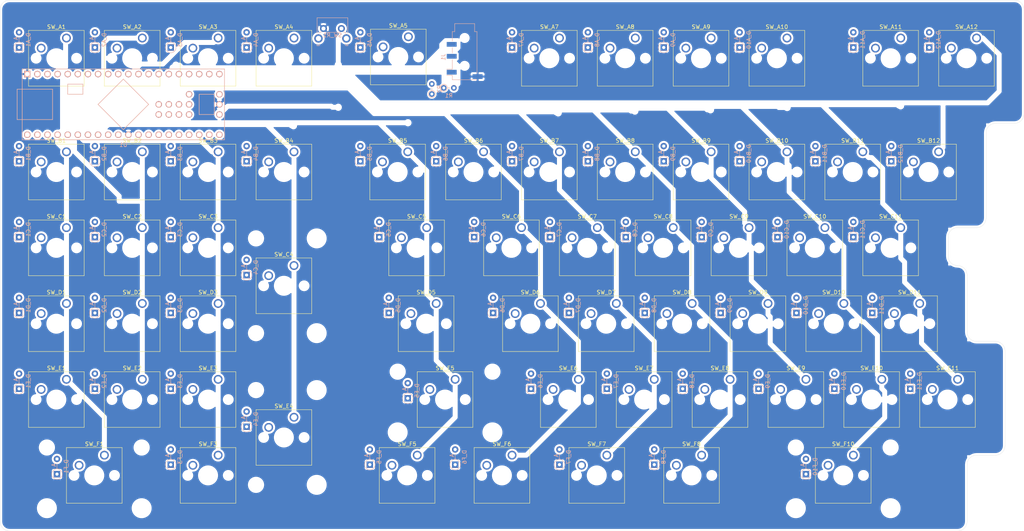
<source format=kicad_pcb>
(kicad_pcb (version 20171130) (host pcbnew "(5.1.0)-1")
  (layers (0 F.Cu signal) (31 B.Cu signal) (34 B.Paste user) (35 F.Paste user) (36 B.SilkS user) (37 F.SilkS user) (38 B.Mask user) (39 F.Mask user) (44 Edge.Cuts user))
  (net 0 "")
  (net 1 RowA)
  (net 2 "Net-(D_A1-Pad2)")
  (net 3 "Net-(D_A2-Pad2)")
  (net 4 "Net-(D_A3-Pad2)")
  (net 5 "Net-(D_A4-Pad2)")
  (net 6 "Net-(D_A5-Pad2)")
  (net 7 "Net-(D_A7-Pad2)")
  (net 8 "Net-(D_A8-Pad2)")
  (net 9 "Net-(D_A9-Pad2)")
  (net 10 "Net-(D_A10-Pad2)")
  (net 11 "Net-(D_A11-Pad2)")
  (net 12 "Net-(D_A12-Pad2)")
  (net 13 RowB)
  (net 14 "Net-(D_B1-Pad2)")
  (net 15 "Net-(D_B2-Pad2)")
  (net 16 "Net-(D_B3-Pad2)")
  (net 17 "Net-(D_B4-Pad2)")
  (net 18 "Net-(D_B5-Pad2)")
  (net 19 "Net-(D_B6-Pad2)")
  (net 20 "Net-(D_B7-Pad2)")
  (net 21 "Net-(D_B8-Pad2)")
  (net 22 "Net-(D_B9-Pad2)")
  (net 23 "Net-(D_B10-Pad2)")
  (net 24 "Net-(D_B11-Pad2)")
  (net 25 "Net-(D_B12-Pad2)")
  (net 26 "Net-(D_C1-Pad2)")
  (net 27 RowC)
  (net 28 "Net-(D_C2-Pad2)")
  (net 29 "Net-(D_C3-Pad2)")
  (net 30 "Net-(D_C4-Pad2)")
  (net 31 "Net-(D_C5-Pad2)")
  (net 32 "Net-(D_C6-Pad2)")
  (net 33 "Net-(D_C7-Pad2)")
  (net 34 "Net-(D_C8-Pad2)")
  (net 35 "Net-(D_C9-Pad2)")
  (net 36 "Net-(D_C10-Pad2)")
  (net 37 "Net-(D_C11-Pad2)")
  (net 38 RowD)
  (net 39 "Net-(D_D1-Pad2)")
  (net 40 "Net-(D_D2-Pad2)")
  (net 41 "Net-(D_D3-Pad2)")
  (net 42 "Net-(D_D5-Pad2)")
  (net 43 "Net-(D_D6-Pad2)")
  (net 44 "Net-(D_D7-Pad2)")
  (net 45 "Net-(D_D8-Pad2)")
  (net 46 "Net-(D_D9-Pad2)")
  (net 47 "Net-(D_D10-Pad2)")
  (net 48 "Net-(D_D11-Pad2)")
  (net 49 "Net-(D_E1-Pad2)")
  (net 50 RowE)
  (net 51 "Net-(D_E2-Pad2)")
  (net 52 "Net-(D_E3-Pad2)")
  (net 53 "Net-(D_E4-Pad2)")
  (net 54 "Net-(D_E5-Pad2)")
  (net 55 "Net-(D_E6-Pad2)")
  (net 56 "Net-(D_E7-Pad2)")
  (net 57 "Net-(D_E8-Pad2)")
  (net 58 "Net-(D_E9-Pad2)")
  (net 59 "Net-(D_E10-Pad2)")
  (net 60 "Net-(D_E11-Pad2)")
  (net 61 RowF)
  (net 62 "Net-(D_F1-Pad2)")
  (net 63 "Net-(D_F3-Pad2)")
  (net 64 "Net-(D_F5-Pad2)")
  (net 65 "Net-(D_F6-Pad2)")
  (net 66 "Net-(D_F7-Pad2)")
  (net 67 "Net-(D_F8-Pad2)")
  (net 68 "Net-(D_F10-Pad2)")
  (net 69 VCC)
  (net 70 Data1)
  (net 71 Data2)
  (net 72 Col1)
  (net 73 Col2)
  (net 74 Col3)
  (net 75 Col4)
  (net 76 Col5)
  (net 77 Col7)
  (net 78 Col8)
  (net 79 Col9)
  (net 80 Col10)
  (net 81 Col11)
  (net 82 Col12)
  (net 83 Col6)
  (net 84 Reset)
  (net 85 "Net-(U1-Pad24)")
  (net 86 "Net-(U1-Pad25)")
  (net 87 "Net-(U1-Pad26)")
  (net 88 "Net-(U1-Pad30)")
  (net 89 "Net-(U1-Pad9)")
  (net 90 "Net-(U1-Pad6)")
  (net 91 "Net-(U1-Pad5)")
  (net 92 "Net-(U1-Pad2)")
  (net 93 "Net-(U1-Pad27)")
  (net 94 "Net-(U1-Pad28)")
  (net 95 "Net-(U1-Pad29)")
  (net 96 "Net-(U1-Pad31)")
  (net 97 "Net-(U1-Pad32)")
  (net 98 "Net-(U1-Pad34)")
  (net 99 "Net-(U1-Pad35)")
  (net 100 "Net-(U1-Pad41)")
  (net 101 "Net-(U1-Pad42)")
  (net 102 "Net-(U1-Pad44)")
  (net 103 "Net-(U1-Pad45)")
  (net 104 "Net-(U1-Pad46)")
  (net 105 "Net-(U1-Pad47)")
  (net 106 "Net-(U1-Pad48)")
  (net 107 "Net-(U1-Pad49)")
  (net 108 "Net-(U1-Pad50)")
  (net 109 "Net-(U1-Pad51)")
  (net 110 "Net-(U1-Pad52)")
  (net 111 GND)
  (module Diode_THT:D_DO-35_SOD27_P3.81mm_Vertical_AnodeUp (layer B.Cu) (at 28.575 38.1 90)
    (fp_text reference D_A1 (at 1.905 2.326371 90) (layer B.SilkS) (effects (justify mirror)))
    (fp_text value D)
    (fp_text user A (at 2.31 -0.8 90) (layer B.SilkS) (effects (justify mirror)))
    (pad 1 thru_hole rect (at 0 0 90) (size 1.6 1.6) (drill 0.8) (layers *.Cu *.Mask) (net 1 RowA))
    (pad 2 thru_hole oval (at 3.81 0 90) (size 1.6 1.6) (drill 0.8) (layers *.Cu *.Mask) (net 2 "Net-(D_A1-Pad2)"))
  )
  (module Diode_THT:D_DO-35_SOD27_P3.81mm_Vertical_AnodeUp (layer B.Cu) (at 47.625 38.1 90)
    (fp_text reference D_A2 (at 1.905 2.326371 90) (layer B.SilkS) (effects (justify mirror)))
    (fp_text value D)
    (fp_text user A (at 2.31 -0.8 90) (layer B.SilkS) (effects (justify mirror)))
    (pad 2 thru_hole oval (at 3.81 0 90) (size 1.6 1.6) (drill 0.8) (layers *.Cu *.Mask) (net 3 "Net-(D_A2-Pad2)"))
    (pad 1 thru_hole rect (at 0 0 90) (size 1.6 1.6) (drill 0.8) (layers *.Cu *.Mask) (net 1 RowA))
  )
  (module Diode_THT:D_DO-35_SOD27_P3.81mm_Vertical_AnodeUp (layer B.Cu) (at 66.675 38.1 90)
    (fp_text reference D_A3 (at 1.905 2.326371 90) (layer B.SilkS) (effects (justify mirror)))
    (fp_text value D)
    (fp_text user A (at 2.31 -0.8 90) (layer B.SilkS) (effects (justify mirror)))
    (pad 2 thru_hole oval (at 3.81 0 90) (size 1.6 1.6) (drill 0.8) (layers *.Cu *.Mask) (net 4 "Net-(D_A3-Pad2)"))
    (pad 1 thru_hole rect (at 0 0 90) (size 1.6 1.6) (drill 0.8) (layers *.Cu *.Mask) (net 1 RowA))
  )
  (module Diode_THT:D_DO-35_SOD27_P3.81mm_Vertical_AnodeUp (layer B.Cu) (at 85.725 38.1 90)
    (fp_text reference D_A4 (at 1.905 2.326371 90) (layer B.SilkS) (effects (justify mirror)))
    (fp_text value D)
    (fp_text user A (at 2.31 -0.8 90) (layer B.SilkS) (effects (justify mirror)))
    (pad 1 thru_hole rect (at 0 0 90) (size 1.6 1.6) (drill 0.8) (layers *.Cu *.Mask) (net 1 RowA))
    (pad 2 thru_hole oval (at 3.81 0 90) (size 1.6 1.6) (drill 0.8) (layers *.Cu *.Mask) (net 5 "Net-(D_A4-Pad2)"))
  )
  (module Diode_THT:D_DO-35_SOD27_P3.81mm_Vertical_AnodeUp (layer B.Cu) (at 114.3 38.1 90)
    (fp_text reference D_A5 (at 1.905 2.326371 90) (layer B.SilkS) (effects (justify mirror)))
    (fp_text value D)
    (fp_text user A (at 2.31 -0.8 90) (layer B.SilkS) (effects (justify mirror)))
    (pad 2 thru_hole oval (at 3.81 0 90) (size 1.6 1.6) (drill 0.8) (layers *.Cu *.Mask) (net 6 "Net-(D_A5-Pad2)"))
    (pad 1 thru_hole rect (at 0 0 90) (size 1.6 1.6) (drill 0.8) (layers *.Cu *.Mask) (net 1 RowA))
  )
  (module Diode_THT:D_DO-35_SOD27_P3.81mm_Vertical_AnodeUp (layer B.Cu) (at 152.4 38.1 90)
    (fp_text reference D_A7 (at 1.905 2.326371 90) (layer B.SilkS) (effects (justify mirror)))
    (fp_text value D)
    (fp_text user A (at 2.31 -0.8 90) (layer B.SilkS) (effects (justify mirror)))
    (pad 1 thru_hole rect (at 0 0 90) (size 1.6 1.6) (drill 0.8) (layers *.Cu *.Mask) (net 1 RowA))
    (pad 2 thru_hole oval (at 3.81 0 90) (size 1.6 1.6) (drill 0.8) (layers *.Cu *.Mask) (net 7 "Net-(D_A7-Pad2)"))
  )
  (module Diode_THT:D_DO-35_SOD27_P3.81mm_Vertical_AnodeUp (layer B.Cu) (at 171.45 38.1 90)
    (fp_text reference D_A8 (at 1.905 2.326371 90) (layer B.SilkS) (effects (justify mirror)))
    (fp_text value D)
    (fp_text user A (at 2.31 -0.8 90) (layer B.SilkS) (effects (justify mirror)))
    (pad 2 thru_hole oval (at 3.81 0 90) (size 1.6 1.6) (drill 0.8) (layers *.Cu *.Mask) (net 8 "Net-(D_A8-Pad2)"))
    (pad 1 thru_hole rect (at 0 0 90) (size 1.6 1.6) (drill 0.8) (layers *.Cu *.Mask) (net 1 RowA))
  )
  (module Diode_THT:D_DO-35_SOD27_P3.81mm_Vertical_AnodeUp (layer B.Cu) (at 190.5 38.1 90)
    (fp_text reference D_A9 (at 1.905 2.326371 90) (layer B.SilkS) (effects (justify mirror)))
    (fp_text value D)
    (fp_text user A (at 2.31 -0.8 90) (layer B.SilkS) (effects (justify mirror)))
    (pad 2 thru_hole oval (at 3.81 0 90) (size 1.6 1.6) (drill 0.8) (layers *.Cu *.Mask) (net 9 "Net-(D_A9-Pad2)"))
    (pad 1 thru_hole rect (at 0 0 90) (size 1.6 1.6) (drill 0.8) (layers *.Cu *.Mask) (net 1 RowA))
  )
  (module Diode_THT:D_DO-35_SOD27_P3.81mm_Vertical_AnodeUp (layer B.Cu) (at 209.55 38.1 90)
    (fp_text reference D_A10 (at 1.905 2.326371 90) (layer B.SilkS) (effects (justify mirror)))
    (fp_text value D)
    (fp_text user A (at 2.31 -0.8 90) (layer B.SilkS) (effects (justify mirror)))
    (pad 1 thru_hole rect (at 0 0 90) (size 1.6 1.6) (drill 0.8) (layers *.Cu *.Mask) (net 1 RowA))
    (pad 2 thru_hole oval (at 3.81 0 90) (size 1.6 1.6) (drill 0.8) (layers *.Cu *.Mask) (net 10 "Net-(D_A10-Pad2)"))
  )
  (module Diode_THT:D_DO-35_SOD27_P3.81mm_Vertical_AnodeUp (layer B.Cu) (at 238.125 38.1 90)
    (fp_text reference D_A11 (at 1.905 2.326371 90) (layer B.SilkS) (effects (justify mirror)))
    (fp_text value D)
    (fp_text user A (at 2.31 -0.8 90) (layer B.SilkS) (effects (justify mirror)))
    (pad 2 thru_hole oval (at 3.81 0 90) (size 1.6 1.6) (drill 0.8) (layers *.Cu *.Mask) (net 11 "Net-(D_A11-Pad2)"))
    (pad 1 thru_hole rect (at 0 0 90) (size 1.6 1.6) (drill 0.8) (layers *.Cu *.Mask) (net 1 RowA))
  )
  (module Diode_THT:D_DO-35_SOD27_P3.81mm_Vertical_AnodeUp (layer B.Cu) (at 257.175 38.1 90)
    (fp_text reference D_A12 (at 1.905 2.326371 90) (layer B.SilkS) (effects (justify mirror)))
    (fp_text value D)
    (fp_text user A (at 2.31 -0.8 90) (layer B.SilkS) (effects (justify mirror)))
    (pad 2 thru_hole oval (at 3.81 0 90) (size 1.6 1.6) (drill 0.8) (layers *.Cu *.Mask) (net 12 "Net-(D_A12-Pad2)"))
    (pad 1 thru_hole rect (at 0 0 90) (size 1.6 1.6) (drill 0.8) (layers *.Cu *.Mask) (net 1 RowA))
  )
  (module Diode_THT:D_DO-35_SOD27_P3.81mm_Vertical_AnodeUp (layer B.Cu) (at 28.575 66.675 90)
    (fp_text reference D_B1 (at 1.905 2.326371 90) (layer B.SilkS) (effects (justify mirror)))
    (fp_text value D)
    (fp_text user A (at 2.31 -0.8 90) (layer B.SilkS) (effects (justify mirror)))
    (pad 1 thru_hole rect (at 0 0 90) (size 1.6 1.6) (drill 0.8) (layers *.Cu *.Mask) (net 13 RowB))
    (pad 2 thru_hole oval (at 3.81 0 90) (size 1.6 1.6) (drill 0.8) (layers *.Cu *.Mask) (net 14 "Net-(D_B1-Pad2)"))
  )
  (module Diode_THT:D_DO-35_SOD27_P3.81mm_Vertical_AnodeUp (layer B.Cu) (at 47.625 66.675 90)
    (fp_text reference D_B2 (at 1.905 2.326371 90) (layer B.SilkS) (effects (justify mirror)))
    (fp_text value D)
    (fp_text user A (at 2.31 -0.8 90) (layer B.SilkS) (effects (justify mirror)))
    (pad 1 thru_hole rect (at 0 0 90) (size 1.6 1.6) (drill 0.8) (layers *.Cu *.Mask) (net 13 RowB))
    (pad 2 thru_hole oval (at 3.81 0 90) (size 1.6 1.6) (drill 0.8) (layers *.Cu *.Mask) (net 15 "Net-(D_B2-Pad2)"))
  )
  (module Diode_THT:D_DO-35_SOD27_P3.81mm_Vertical_AnodeUp (layer B.Cu) (at 66.675 66.675 90)
    (fp_text reference D_B3 (at 1.905 2.326371 90) (layer B.SilkS) (effects (justify mirror)))
    (fp_text value D)
    (fp_text user A (at 2.31 -0.8 90) (layer B.SilkS) (effects (justify mirror)))
    (pad 2 thru_hole oval (at 3.81 0 90) (size 1.6 1.6) (drill 0.8) (layers *.Cu *.Mask) (net 16 "Net-(D_B3-Pad2)"))
    (pad 1 thru_hole rect (at 0 0 90) (size 1.6 1.6) (drill 0.8) (layers *.Cu *.Mask) (net 13 RowB))
  )
  (module Diode_THT:D_DO-35_SOD27_P3.81mm_Vertical_AnodeUp (layer B.Cu) (at 85.725 66.675 90)
    (fp_text reference D_B4 (at 1.905 2.326371 90) (layer B.SilkS) (effects (justify mirror)))
    (fp_text value D)
    (fp_text user A (at 2.31 -0.8 90) (layer B.SilkS) (effects (justify mirror)))
    (pad 2 thru_hole oval (at 3.81 0 90) (size 1.6 1.6) (drill 0.8) (layers *.Cu *.Mask) (net 17 "Net-(D_B4-Pad2)"))
    (pad 1 thru_hole rect (at 0 0 90) (size 1.6 1.6) (drill 0.8) (layers *.Cu *.Mask) (net 13 RowB))
  )
  (module Diode_THT:D_DO-35_SOD27_P3.81mm_Vertical_AnodeUp (layer B.Cu) (at 114.3 66.675 90)
    (fp_text reference D_B5 (at 1.905 2.326371 90) (layer B.SilkS) (effects (justify mirror)))
    (fp_text value D)
    (fp_text user A (at 2.31 -0.8 90) (layer B.SilkS) (effects (justify mirror)))
    (pad 1 thru_hole rect (at 0 0 90) (size 1.6 1.6) (drill 0.8) (layers *.Cu *.Mask) (net 13 RowB))
    (pad 2 thru_hole oval (at 3.81 0 90) (size 1.6 1.6) (drill 0.8) (layers *.Cu *.Mask) (net 18 "Net-(D_B5-Pad2)"))
  )
  (module Diode_THT:D_DO-35_SOD27_P3.81mm_Vertical_AnodeUp (layer B.Cu) (at 133.35 66.675 90)
    (fp_text reference D_B6 (at 1.905 2.326371 90) (layer B.SilkS) (effects (justify mirror)))
    (fp_text value D)
    (fp_text user A (at 2.31 -0.8 90) (layer B.SilkS) (effects (justify mirror)))
    (pad 1 thru_hole rect (at 0 0 90) (size 1.6 1.6) (drill 0.8) (layers *.Cu *.Mask) (net 13 RowB))
    (pad 2 thru_hole oval (at 3.81 0 90) (size 1.6 1.6) (drill 0.8) (layers *.Cu *.Mask) (net 19 "Net-(D_B6-Pad2)"))
  )
  (module Diode_THT:D_DO-35_SOD27_P3.81mm_Vertical_AnodeUp (layer B.Cu) (at 152.4 66.675 90)
    (fp_text reference D_B7 (at 1.905 2.326371 90) (layer B.SilkS) (effects (justify mirror)))
    (fp_text value D)
    (fp_text user A (at 2.31 -0.8 90) (layer B.SilkS) (effects (justify mirror)))
    (pad 2 thru_hole oval (at 3.81 0 90) (size 1.6 1.6) (drill 0.8) (layers *.Cu *.Mask) (net 20 "Net-(D_B7-Pad2)"))
    (pad 1 thru_hole rect (at 0 0 90) (size 1.6 1.6) (drill 0.8) (layers *.Cu *.Mask) (net 13 RowB))
  )
  (module Diode_THT:D_DO-35_SOD27_P3.81mm_Vertical_AnodeUp (layer B.Cu) (at 171.45 66.675 90)
    (fp_text reference D_B8 (at 1.905 2.326371 90) (layer B.SilkS) (effects (justify mirror)))
    (fp_text value D)
    (fp_text user A (at 2.31 -0.8 90) (layer B.SilkS) (effects (justify mirror)))
    (pad 1 thru_hole rect (at 0 0 90) (size 1.6 1.6) (drill 0.8) (layers *.Cu *.Mask) (net 13 RowB))
    (pad 2 thru_hole oval (at 3.81 0 90) (size 1.6 1.6) (drill 0.8) (layers *.Cu *.Mask) (net 21 "Net-(D_B8-Pad2)"))
  )
  (module Diode_THT:D_DO-35_SOD27_P3.81mm_Vertical_AnodeUp (layer B.Cu) (at 190.5 66.675 90)
    (fp_text reference D_B9 (at 1.905 2.326371 90) (layer B.SilkS) (effects (justify mirror)))
    (fp_text value D)
    (fp_text user A (at 2.31 -0.8 90) (layer B.SilkS) (effects (justify mirror)))
    (pad 1 thru_hole rect (at 0 0 90) (size 1.6 1.6) (drill 0.8) (layers *.Cu *.Mask) (net 13 RowB))
    (pad 2 thru_hole oval (at 3.81 0 90) (size 1.6 1.6) (drill 0.8) (layers *.Cu *.Mask) (net 22 "Net-(D_B9-Pad2)"))
  )
  (module Diode_THT:D_DO-35_SOD27_P3.81mm_Vertical_AnodeUp (layer B.Cu) (at 209.55 66.675 90)
    (fp_text reference D_B10 (at 1.905 2.326371 90) (layer B.SilkS) (effects (justify mirror)))
    (fp_text value D)
    (fp_text user A (at 2.31 -0.8 90) (layer B.SilkS) (effects (justify mirror)))
    (pad 2 thru_hole oval (at 3.81 0 90) (size 1.6 1.6) (drill 0.8) (layers *.Cu *.Mask) (net 23 "Net-(D_B10-Pad2)"))
    (pad 1 thru_hole rect (at 0 0 90) (size 1.6 1.6) (drill 0.8) (layers *.Cu *.Mask) (net 13 RowB))
  )
  (module Diode_THT:D_DO-35_SOD27_P3.81mm_Vertical_AnodeUp (layer B.Cu) (at 228.6 66.675 90)
    (fp_text reference D_B11 (at 1.905 2.326371 90) (layer B.SilkS) (effects (justify mirror)))
    (fp_text value D)
    (fp_text user A (at 2.31 -0.8 90) (layer B.SilkS) (effects (justify mirror)))
    (pad 1 thru_hole rect (at 0 0 90) (size 1.6 1.6) (drill 0.8) (layers *.Cu *.Mask) (net 13 RowB))
    (pad 2 thru_hole oval (at 3.81 0 90) (size 1.6 1.6) (drill 0.8) (layers *.Cu *.Mask) (net 24 "Net-(D_B11-Pad2)"))
  )
  (module Diode_THT:D_DO-35_SOD27_P3.81mm_Vertical_AnodeUp (layer B.Cu) (at 247.65 66.675 90)
    (fp_text reference D_B12 (at 1.905 2.326371 90) (layer B.SilkS) (effects (justify mirror)))
    (fp_text value D)
    (fp_text user A (at 2.31 -0.8 90) (layer B.SilkS) (effects (justify mirror)))
    (pad 1 thru_hole rect (at 0 0 90) (size 1.6 1.6) (drill 0.8) (layers *.Cu *.Mask) (net 13 RowB))
    (pad 2 thru_hole oval (at 3.81 0 90) (size 1.6 1.6) (drill 0.8) (layers *.Cu *.Mask) (net 25 "Net-(D_B12-Pad2)"))
  )
  (module Diode_THT:D_DO-35_SOD27_P3.81mm_Vertical_AnodeUp (layer B.Cu) (at 28.575 85.725 90)
    (fp_text reference D_C1 (at 1.905 2.326371 90) (layer B.SilkS) (effects (justify mirror)))
    (fp_text value D)
    (fp_text user A (at 2.31 -0.8 90) (layer B.SilkS) (effects (justify mirror)))
    (pad 2 thru_hole oval (at 3.81 0 90) (size 1.6 1.6) (drill 0.8) (layers *.Cu *.Mask) (net 26 "Net-(D_C1-Pad2)"))
    (pad 1 thru_hole rect (at 0 0 90) (size 1.6 1.6) (drill 0.8) (layers *.Cu *.Mask) (net 27 RowC))
  )
  (module Diode_THT:D_DO-35_SOD27_P3.81mm_Vertical_AnodeUp (layer B.Cu) (at 47.625 85.725 90)
    (fp_text reference D_C2 (at 1.905 2.326371 90) (layer B.SilkS) (effects (justify mirror)))
    (fp_text value D)
    (fp_text user A (at 2.31 -0.8 90) (layer B.SilkS) (effects (justify mirror)))
    (pad 2 thru_hole oval (at 3.81 0 90) (size 1.6 1.6) (drill 0.8) (layers *.Cu *.Mask) (net 28 "Net-(D_C2-Pad2)"))
    (pad 1 thru_hole rect (at 0 0 90) (size 1.6 1.6) (drill 0.8) (layers *.Cu *.Mask) (net 27 RowC))
  )
  (module Diode_THT:D_DO-35_SOD27_P3.81mm_Vertical_AnodeUp (layer B.Cu) (at 66.675 85.725 90)
    (fp_text reference D_C3 (at 1.905 2.326371 90) (layer B.SilkS) (effects (justify mirror)))
    (fp_text value D)
    (fp_text user A (at 2.31 -0.8 90) (layer B.SilkS) (effects (justify mirror)))
    (pad 1 thru_hole rect (at 0 0 90) (size 1.6 1.6) (drill 0.8) (layers *.Cu *.Mask) (net 27 RowC))
    (pad 2 thru_hole oval (at 3.81 0 90) (size 1.6 1.6) (drill 0.8) (layers *.Cu *.Mask) (net 29 "Net-(D_C3-Pad2)"))
  )
  (module Diode_THT:D_DO-35_SOD27_P3.81mm_Vertical_AnodeUp (layer B.Cu) (at 85.725 95.25 90)
    (fp_text reference D_C4 (at 1.905 2.326371 90) (layer B.SilkS) (effects (justify mirror)))
    (fp_text value D)
    (fp_text user A (at 2.31 -0.8 90) (layer B.SilkS) (effects (justify mirror)))
    (pad 1 thru_hole rect (at 0 0 90) (size 1.6 1.6) (drill 0.8) (layers *.Cu *.Mask) (net 27 RowC))
    (pad 2 thru_hole oval (at 3.81 0 90) (size 1.6 1.6) (drill 0.8) (layers *.Cu *.Mask) (net 30 "Net-(D_C4-Pad2)"))
  )
  (module Diode_THT:D_DO-35_SOD27_P3.81mm_Vertical_AnodeUp (layer B.Cu) (at 119.0625 85.725 90)
    (fp_text reference D_C5 (at 1.905 2.326371 90) (layer B.SilkS) (effects (justify mirror)))
    (fp_text value D)
    (fp_text user A (at 2.31 -0.8 90) (layer B.SilkS) (effects (justify mirror)))
    (pad 2 thru_hole oval (at 3.81 0 90) (size 1.6 1.6) (drill 0.8) (layers *.Cu *.Mask) (net 31 "Net-(D_C5-Pad2)"))
    (pad 1 thru_hole rect (at 0 0 90) (size 1.6 1.6) (drill 0.8) (layers *.Cu *.Mask) (net 27 RowC))
  )
  (module Diode_THT:D_DO-35_SOD27_P3.81mm_Vertical_AnodeUp (layer B.Cu) (at 142.875 85.725 90)
    (fp_text reference D_C6 (at 1.905 2.326371 90) (layer B.SilkS) (effects (justify mirror)))
    (fp_text value D)
    (fp_text user A (at 2.31 -0.8 90) (layer B.SilkS) (effects (justify mirror)))
    (pad 2 thru_hole oval (at 3.81 0 90) (size 1.6 1.6) (drill 0.8) (layers *.Cu *.Mask) (net 32 "Net-(D_C6-Pad2)"))
    (pad 1 thru_hole rect (at 0 0 90) (size 1.6 1.6) (drill 0.8) (layers *.Cu *.Mask) (net 27 RowC))
  )
  (module Diode_THT:D_DO-35_SOD27_P3.81mm_Vertical_AnodeUp (layer B.Cu) (at 161.925 85.725 90)
    (fp_text reference D_C7 (at 1.905 2.326371 90) (layer B.SilkS) (effects (justify mirror)))
    (fp_text value D)
    (fp_text user A (at 2.31 -0.8 90) (layer B.SilkS) (effects (justify mirror)))
    (pad 1 thru_hole rect (at 0 0 90) (size 1.6 1.6) (drill 0.8) (layers *.Cu *.Mask) (net 27 RowC))
    (pad 2 thru_hole oval (at 3.81 0 90) (size 1.6 1.6) (drill 0.8) (layers *.Cu *.Mask) (net 33 "Net-(D_C7-Pad2)"))
  )
  (module Diode_THT:D_DO-35_SOD27_P3.81mm_Vertical_AnodeUp (layer B.Cu) (at 180.975 85.725 90)
    (fp_text reference D_C8 (at 1.905 2.326371 90) (layer B.SilkS) (effects (justify mirror)))
    (fp_text value D)
    (fp_text user A (at 2.31 -0.8 90) (layer B.SilkS) (effects (justify mirror)))
    (pad 2 thru_hole oval (at 3.81 0 90) (size 1.6 1.6) (drill 0.8) (layers *.Cu *.Mask) (net 34 "Net-(D_C8-Pad2)"))
    (pad 1 thru_hole rect (at 0 0 90) (size 1.6 1.6) (drill 0.8) (layers *.Cu *.Mask) (net 27 RowC))
  )
  (module Diode_THT:D_DO-35_SOD27_P3.81mm_Vertical_AnodeUp (layer B.Cu) (at 200.025 85.725 90)
    (fp_text reference D_C9 (at 1.905 2.326371 90) (layer B.SilkS) (effects (justify mirror)))
    (fp_text value D)
    (fp_text user A (at 2.31 -0.8 90) (layer B.SilkS) (effects (justify mirror)))
    (pad 2 thru_hole oval (at 3.81 0 90) (size 1.6 1.6) (drill 0.8) (layers *.Cu *.Mask) (net 35 "Net-(D_C9-Pad2)"))
    (pad 1 thru_hole rect (at 0 0 90) (size 1.6 1.6) (drill 0.8) (layers *.Cu *.Mask) (net 27 RowC))
  )
  (module Diode_THT:D_DO-35_SOD27_P3.81mm_Vertical_AnodeUp (layer B.Cu) (at 219.075 85.725 90)
    (fp_text reference D_C10 (at 1.905 2.326371 90) (layer B.SilkS) (effects (justify mirror)))
    (fp_text value D)
    (fp_text user A (at 2.31 -0.8 90) (layer B.SilkS) (effects (justify mirror)))
    (pad 1 thru_hole rect (at 0 0 90) (size 1.6 1.6) (drill 0.8) (layers *.Cu *.Mask) (net 27 RowC))
    (pad 2 thru_hole oval (at 3.81 0 90) (size 1.6 1.6) (drill 0.8) (layers *.Cu *.Mask) (net 36 "Net-(D_C10-Pad2)"))
  )
  (module Diode_THT:D_DO-35_SOD27_P3.81mm_Vertical_AnodeUp (layer B.Cu) (at 238.125 85.725 90)
    (fp_text reference D_C11 (at 1.905 2.326371 90) (layer B.SilkS) (effects (justify mirror)))
    (fp_text value D)
    (fp_text user A (at 2.31 -0.8 90) (layer B.SilkS) (effects (justify mirror)))
    (pad 2 thru_hole oval (at 3.81 0 90) (size 1.6 1.6) (drill 0.8) (layers *.Cu *.Mask) (net 37 "Net-(D_C11-Pad2)"))
    (pad 1 thru_hole rect (at 0 0 90) (size 1.6 1.6) (drill 0.8) (layers *.Cu *.Mask) (net 27 RowC))
  )
  (module Diode_THT:D_DO-35_SOD27_P3.81mm_Vertical_AnodeUp (layer B.Cu) (at 28.575 104.775 90)
    (fp_text reference D_D1 (at 1.905 2.326371 90) (layer B.SilkS) (effects (justify mirror)))
    (fp_text value D)
    (fp_text user A (at 2.31 -0.8 90) (layer B.SilkS) (effects (justify mirror)))
    (pad 1 thru_hole rect (at 0 0 90) (size 1.6 1.6) (drill 0.8) (layers *.Cu *.Mask) (net 38 RowD))
    (pad 2 thru_hole oval (at 3.81 0 90) (size 1.6 1.6) (drill 0.8) (layers *.Cu *.Mask) (net 39 "Net-(D_D1-Pad2)"))
  )
  (module Diode_THT:D_DO-35_SOD27_P3.81mm_Vertical_AnodeUp (layer B.Cu) (at 47.625 104.775 90)
    (fp_text reference D_D2 (at 1.905 2.326371 90) (layer B.SilkS) (effects (justify mirror)))
    (fp_text value D)
    (fp_text user A (at 2.31 -0.8 90) (layer B.SilkS) (effects (justify mirror)))
    (pad 1 thru_hole rect (at 0 0 90) (size 1.6 1.6) (drill 0.8) (layers *.Cu *.Mask) (net 38 RowD))
    (pad 2 thru_hole oval (at 3.81 0 90) (size 1.6 1.6) (drill 0.8) (layers *.Cu *.Mask) (net 40 "Net-(D_D2-Pad2)"))
  )
  (module Diode_THT:D_DO-35_SOD27_P3.81mm_Vertical_AnodeUp (layer B.Cu) (at 66.675 104.775 90)
    (fp_text reference D_D3 (at 1.905 2.326371 90) (layer B.SilkS) (effects (justify mirror)))
    (fp_text value D)
    (fp_text user A (at 2.31 -0.8 90) (layer B.SilkS) (effects (justify mirror)))
    (pad 2 thru_hole oval (at 3.81 0 90) (size 1.6 1.6) (drill 0.8) (layers *.Cu *.Mask) (net 41 "Net-(D_D3-Pad2)"))
    (pad 1 thru_hole rect (at 0 0 90) (size 1.6 1.6) (drill 0.8) (layers *.Cu *.Mask) (net 38 RowD))
  )
  (module Diode_THT:D_DO-35_SOD27_P3.81mm_Vertical_AnodeUp (layer B.Cu) (at 121.44375 104.775 90)
    (fp_text reference D_D5 (at 1.905 2.326371 90) (layer B.SilkS) (effects (justify mirror)))
    (fp_text value D)
    (fp_text user A (at 2.31 -0.8 90) (layer B.SilkS) (effects (justify mirror)))
    (pad 2 thru_hole oval (at 3.81 0 90) (size 1.6 1.6) (drill 0.8) (layers *.Cu *.Mask) (net 42 "Net-(D_D5-Pad2)"))
    (pad 1 thru_hole rect (at 0 0 90) (size 1.6 1.6) (drill 0.8) (layers *.Cu *.Mask) (net 38 RowD))
  )
  (module Diode_THT:D_DO-35_SOD27_P3.81mm_Vertical_AnodeUp (layer B.Cu) (at 147.6375 104.775 90)
    (fp_text reference D_D6 (at 1.905 2.326371 90) (layer B.SilkS) (effects (justify mirror)))
    (fp_text value D)
    (fp_text user A (at 2.31 -0.8 90) (layer B.SilkS) (effects (justify mirror)))
    (pad 1 thru_hole rect (at 0 0 90) (size 1.6 1.6) (drill 0.8) (layers *.Cu *.Mask) (net 38 RowD))
    (pad 2 thru_hole oval (at 3.81 0 90) (size 1.6 1.6) (drill 0.8) (layers *.Cu *.Mask) (net 43 "Net-(D_D6-Pad2)"))
  )
  (module Diode_THT:D_DO-35_SOD27_P3.81mm_Vertical_AnodeUp (layer B.Cu) (at 166.6875 104.775 90)
    (fp_text reference D_D7 (at 1.905 2.326371 90) (layer B.SilkS) (effects (justify mirror)))
    (fp_text value D)
    (fp_text user A (at 2.31 -0.8 90) (layer B.SilkS) (effects (justify mirror)))
    (pad 2 thru_hole oval (at 3.81 0 90) (size 1.6 1.6) (drill 0.8) (layers *.Cu *.Mask) (net 44 "Net-(D_D7-Pad2)"))
    (pad 1 thru_hole rect (at 0 0 90) (size 1.6 1.6) (drill 0.8) (layers *.Cu *.Mask) (net 38 RowD))
  )
  (module Diode_THT:D_DO-35_SOD27_P3.81mm_Vertical_AnodeUp (layer B.Cu) (at 185.7375 104.775 90)
    (fp_text reference D_D8 (at 1.905 2.326371 90) (layer B.SilkS) (effects (justify mirror)))
    (fp_text value D)
    (fp_text user A (at 2.31 -0.8 90) (layer B.SilkS) (effects (justify mirror)))
    (pad 1 thru_hole rect (at 0 0 90) (size 1.6 1.6) (drill 0.8) (layers *.Cu *.Mask) (net 38 RowD))
    (pad 2 thru_hole oval (at 3.81 0 90) (size 1.6 1.6) (drill 0.8) (layers *.Cu *.Mask) (net 45 "Net-(D_D8-Pad2)"))
  )
  (module Diode_THT:D_DO-35_SOD27_P3.81mm_Vertical_AnodeUp (layer B.Cu) (at 204.7875 104.775 90)
    (fp_text reference D_D9 (at 1.905 2.326371 90) (layer B.SilkS) (effects (justify mirror)))
    (fp_text value D)
    (fp_text user A (at 2.31 -0.8 90) (layer B.SilkS) (effects (justify mirror)))
    (pad 1 thru_hole rect (at 0 0 90) (size 1.6 1.6) (drill 0.8) (layers *.Cu *.Mask) (net 38 RowD))
    (pad 2 thru_hole oval (at 3.81 0 90) (size 1.6 1.6) (drill 0.8) (layers *.Cu *.Mask) (net 46 "Net-(D_D9-Pad2)"))
  )
  (module Diode_THT:D_DO-35_SOD27_P3.81mm_Vertical_AnodeUp (layer B.Cu) (at 223.8375 104.775 90)
    (fp_text reference D_D10 (at 1.905 2.326371 90) (layer B.SilkS) (effects (justify mirror)))
    (fp_text value D)
    (fp_text user A (at 2.31 -0.8 90) (layer B.SilkS) (effects (justify mirror)))
    (pad 2 thru_hole oval (at 3.81 0 90) (size 1.6 1.6) (drill 0.8) (layers *.Cu *.Mask) (net 47 "Net-(D_D10-Pad2)"))
    (pad 1 thru_hole rect (at 0 0 90) (size 1.6 1.6) (drill 0.8) (layers *.Cu *.Mask) (net 38 RowD))
  )
  (module Diode_THT:D_DO-35_SOD27_P3.81mm_Vertical_AnodeUp (layer B.Cu) (at 242.8875 104.775 90)
    (fp_text reference D_D11 (at 1.905 2.326371 90) (layer B.SilkS) (effects (justify mirror)))
    (fp_text value D)
    (fp_text user A (at 2.31 -0.8 90) (layer B.SilkS) (effects (justify mirror)))
    (pad 1 thru_hole rect (at 0 0 90) (size 1.6 1.6) (drill 0.8) (layers *.Cu *.Mask) (net 38 RowD))
    (pad 2 thru_hole oval (at 3.81 0 90) (size 1.6 1.6) (drill 0.8) (layers *.Cu *.Mask) (net 48 "Net-(D_D11-Pad2)"))
  )
  (module Diode_THT:D_DO-35_SOD27_P3.81mm_Vertical_AnodeUp (layer B.Cu) (at 28.575 123.825 90)
    (fp_text reference D_E1 (at 1.905 2.326371 90) (layer B.SilkS) (effects (justify mirror)))
    (fp_text value D)
    (fp_text user A (at 2.31 -0.8 90) (layer B.SilkS) (effects (justify mirror)))
    (pad 2 thru_hole oval (at 3.81 0 90) (size 1.6 1.6) (drill 0.8) (layers *.Cu *.Mask) (net 49 "Net-(D_E1-Pad2)"))
    (pad 1 thru_hole rect (at 0 0 90) (size 1.6 1.6) (drill 0.8) (layers *.Cu *.Mask) (net 50 RowE))
  )
  (module Diode_THT:D_DO-35_SOD27_P3.81mm_Vertical_AnodeUp (layer B.Cu) (at 47.625 123.825 90)
    (fp_text reference D_E2 (at 1.905 2.326371 90) (layer B.SilkS) (effects (justify mirror)))
    (fp_text value D)
    (fp_text user A (at 2.31 -0.8 90) (layer B.SilkS) (effects (justify mirror)))
    (pad 2 thru_hole oval (at 3.81 0 90) (size 1.6 1.6) (drill 0.8) (layers *.Cu *.Mask) (net 51 "Net-(D_E2-Pad2)"))
    (pad 1 thru_hole rect (at 0 0 90) (size 1.6 1.6) (drill 0.8) (layers *.Cu *.Mask) (net 50 RowE))
  )
  (module Diode_THT:D_DO-35_SOD27_P3.81mm_Vertical_AnodeUp (layer B.Cu) (at 66.675 123.825 90)
    (fp_text reference D_E3 (at 1.905 2.326371 90) (layer B.SilkS) (effects (justify mirror)))
    (fp_text value D)
    (fp_text user A (at 2.31 -0.8 90) (layer B.SilkS) (effects (justify mirror)))
    (pad 1 thru_hole rect (at 0 0 90) (size 1.6 1.6) (drill 0.8) (layers *.Cu *.Mask) (net 50 RowE))
    (pad 2 thru_hole oval (at 3.81 0 90) (size 1.6 1.6) (drill 0.8) (layers *.Cu *.Mask) (net 52 "Net-(D_E3-Pad2)"))
  )
  (module Diode_THT:D_DO-35_SOD27_P3.81mm_Vertical_AnodeUp (layer B.Cu) (at 85.725 133.35 90)
    (fp_text reference D_E4 (at 1.905 2.326371 90) (layer B.SilkS) (effects (justify mirror)))
    (fp_text value D)
    (fp_text user A (at 2.31 -0.8 90) (layer B.SilkS) (effects (justify mirror)))
    (pad 2 thru_hole oval (at 3.81 0 90) (size 1.6 1.6) (drill 0.8) (layers *.Cu *.Mask) (net 53 "Net-(D_E4-Pad2)"))
    (pad 1 thru_hole rect (at 0 0 90) (size 1.6 1.6) (drill 0.8) (layers *.Cu *.Mask) (net 50 RowE))
  )
  (module Diode_THT:D_DO-35_SOD27_P3.81mm_Vertical_AnodeUp (layer B.Cu) (at 126.20625 126.20625 90)
    (fp_text reference D_E5 (at 1.905 2.326371 90) (layer B.SilkS) (effects (justify mirror)))
    (fp_text value D)
    (fp_text user A (at 2.31 -0.8 90) (layer B.SilkS) (effects (justify mirror)))
    (pad 1 thru_hole rect (at 0 0 90) (size 1.6 1.6) (drill 0.8) (layers *.Cu *.Mask) (net 50 RowE))
    (pad 2 thru_hole oval (at 3.81 0 90) (size 1.6 1.6) (drill 0.8) (layers *.Cu *.Mask) (net 54 "Net-(D_E5-Pad2)"))
  )
  (module Diode_THT:D_DO-35_SOD27_P3.81mm_Vertical_AnodeUp (layer B.Cu) (at 157.1625 123.825 90)
    (fp_text reference D_E6 (at 1.905 2.326371 90) (layer B.SilkS) (effects (justify mirror)))
    (fp_text value D)
    (fp_text user A (at 2.31 -0.8 90) (layer B.SilkS) (effects (justify mirror)))
    (pad 2 thru_hole oval (at 3.81 0 90) (size 1.6 1.6) (drill 0.8) (layers *.Cu *.Mask) (net 55 "Net-(D_E6-Pad2)"))
    (pad 1 thru_hole rect (at 0 0 90) (size 1.6 1.6) (drill 0.8) (layers *.Cu *.Mask) (net 50 RowE))
  )
  (module Diode_THT:D_DO-35_SOD27_P3.81mm_Vertical_AnodeUp (layer B.Cu) (at 176.2125 123.825 90)
    (fp_text reference D_E7 (at 1.905 2.326371 90) (layer B.SilkS) (effects (justify mirror)))
    (fp_text value D)
    (fp_text user A (at 2.31 -0.8 90) (layer B.SilkS) (effects (justify mirror)))
    (pad 1 thru_hole rect (at 0 0 90) (size 1.6 1.6) (drill 0.8) (layers *.Cu *.Mask) (net 50 RowE))
    (pad 2 thru_hole oval (at 3.81 0 90) (size 1.6 1.6) (drill 0.8) (layers *.Cu *.Mask) (net 56 "Net-(D_E7-Pad2)"))
  )
  (module Diode_THT:D_DO-35_SOD27_P3.81mm_Vertical_AnodeUp (layer B.Cu) (at 195.2625 123.825 90)
    (fp_text reference D_E8 (at 1.905 2.326371 90) (layer B.SilkS) (effects (justify mirror)))
    (fp_text value D)
    (fp_text user A (at 2.31 -0.8 90) (layer B.SilkS) (effects (justify mirror)))
    (pad 2 thru_hole oval (at 3.81 0 90) (size 1.6 1.6) (drill 0.8) (layers *.Cu *.Mask) (net 57 "Net-(D_E8-Pad2)"))
    (pad 1 thru_hole rect (at 0 0 90) (size 1.6 1.6) (drill 0.8) (layers *.Cu *.Mask) (net 50 RowE))
  )
  (module Diode_THT:D_DO-35_SOD27_P3.81mm_Vertical_AnodeUp (layer B.Cu) (at 214.3125 123.825 90)
    (fp_text reference D_E9 (at 1.905 2.326371 90) (layer B.SilkS) (effects (justify mirror)))
    (fp_text value D)
    (fp_text user A (at 2.31 -0.8 90) (layer B.SilkS) (effects (justify mirror)))
    (pad 2 thru_hole oval (at 3.81 0 90) (size 1.6 1.6) (drill 0.8) (layers *.Cu *.Mask) (net 58 "Net-(D_E9-Pad2)"))
    (pad 1 thru_hole rect (at 0 0 90) (size 1.6 1.6) (drill 0.8) (layers *.Cu *.Mask) (net 50 RowE))
  )
  (module Diode_THT:D_DO-35_SOD27_P3.81mm_Vertical_AnodeUp (layer B.Cu) (at 233.3625 123.825 90)
    (fp_text reference D_E10 (at 1.905 2.326371 90) (layer B.SilkS) (effects (justify mirror)))
    (fp_text value D)
    (fp_text user A (at 2.31 -0.8 90) (layer B.SilkS) (effects (justify mirror)))
    (pad 1 thru_hole rect (at 0 0 90) (size 1.6 1.6) (drill 0.8) (layers *.Cu *.Mask) (net 50 RowE))
    (pad 2 thru_hole oval (at 3.81 0 90) (size 1.6 1.6) (drill 0.8) (layers *.Cu *.Mask) (net 59 "Net-(D_E10-Pad2)"))
  )
  (module Diode_THT:D_DO-35_SOD27_P3.81mm_Vertical_AnodeUp (layer B.Cu) (at 252.4125 123.825 90)
    (fp_text reference D_E11 (at 1.905 2.326371 90) (layer B.SilkS) (effects (justify mirror)))
    (fp_text value D)
    (fp_text user A (at 2.31 -0.8 90) (layer B.SilkS) (effects (justify mirror)))
    (pad 2 thru_hole oval (at 3.81 0 90) (size 1.6 1.6) (drill 0.8) (layers *.Cu *.Mask) (net 60 "Net-(D_E11-Pad2)"))
    (pad 1 thru_hole rect (at 0 0 90) (size 1.6 1.6) (drill 0.8) (layers *.Cu *.Mask) (net 50 RowE))
  )
  (module Diode_THT:D_DO-35_SOD27_P3.81mm_Vertical_AnodeUp (layer B.Cu) (at 38.1 145.25625 90)
    (fp_text reference D_F1 (at 1.905 2.326371 90) (layer B.SilkS) (effects (justify mirror)))
    (fp_text value D)
    (fp_text user A (at 2.31 -0.8 90) (layer B.SilkS) (effects (justify mirror)))
    (pad 1 thru_hole rect (at 0 0 90) (size 1.6 1.6) (drill 0.8) (layers *.Cu *.Mask) (net 61 RowF))
    (pad 2 thru_hole oval (at 3.81 0 90) (size 1.6 1.6) (drill 0.8) (layers *.Cu *.Mask) (net 62 "Net-(D_F1-Pad2)"))
  )
  (module Diode_THT:D_DO-35_SOD27_P3.81mm_Vertical_AnodeUp (layer B.Cu) (at 66.675 142.875 90)
    (fp_text reference D_F3 (at 1.905 2.326371 90) (layer B.SilkS) (effects (justify mirror)))
    (fp_text value D)
    (fp_text user A (at 2.31 -0.8 90) (layer B.SilkS) (effects (justify mirror)))
    (pad 1 thru_hole rect (at 0 0 90) (size 1.6 1.6) (drill 0.8) (layers *.Cu *.Mask) (net 61 RowF))
    (pad 2 thru_hole oval (at 3.81 0 90) (size 1.6 1.6) (drill 0.8) (layers *.Cu *.Mask) (net 63 "Net-(D_F3-Pad2)"))
  )
  (module Diode_THT:D_DO-35_SOD27_P3.81mm_Vertical_AnodeUp (layer B.Cu) (at 116.68125 142.875 90)
    (fp_text reference D_F5 (at 1.905 2.326371 90) (layer B.SilkS) (effects (justify mirror)))
    (fp_text value D)
    (fp_text user A (at 2.31 -0.8 90) (layer B.SilkS) (effects (justify mirror)))
    (pad 1 thru_hole rect (at 0 0 90) (size 1.6 1.6) (drill 0.8) (layers *.Cu *.Mask) (net 61 RowF))
    (pad 2 thru_hole oval (at 3.81 0 90) (size 1.6 1.6) (drill 0.8) (layers *.Cu *.Mask) (net 64 "Net-(D_F5-Pad2)"))
  )
  (module Diode_THT:D_DO-35_SOD27_P3.81mm_Vertical_AnodeUp (layer B.Cu) (at 138.1125 142.875 90)
    (fp_text reference D_F6 (at 1.905 2.326371 90) (layer B.SilkS) (effects (justify mirror)))
    (fp_text value D)
    (fp_text user A (at 2.31 -0.8 90) (layer B.SilkS) (effects (justify mirror)))
    (pad 1 thru_hole rect (at 0 0 90) (size 1.6 1.6) (drill 0.8) (layers *.Cu *.Mask) (net 61 RowF))
    (pad 2 thru_hole oval (at 3.81 0 90) (size 1.6 1.6) (drill 0.8) (layers *.Cu *.Mask) (net 65 "Net-(D_F6-Pad2)"))
  )
  (module Diode_THT:D_DO-35_SOD27_P3.81mm_Vertical_AnodeUp (layer B.Cu) (at 164.30625 142.875 90)
    (fp_text reference D_F7 (at 1.905 2.326371 90) (layer B.SilkS) (effects (justify mirror)))
    (fp_text value D)
    (fp_text user A (at 2.31 -0.8 90) (layer B.SilkS) (effects (justify mirror)))
    (pad 2 thru_hole oval (at 3.81 0 90) (size 1.6 1.6) (drill 0.8) (layers *.Cu *.Mask) (net 66 "Net-(D_F7-Pad2)"))
    (pad 1 thru_hole rect (at 0 0 90) (size 1.6 1.6) (drill 0.8) (layers *.Cu *.Mask) (net 61 RowF))
  )
  (module Diode_THT:D_DO-35_SOD27_P3.81mm_Vertical_AnodeUp (layer B.Cu) (at 188.11875 142.875 90)
    (fp_text reference D_F8 (at 1.905 2.326371 90) (layer B.SilkS) (effects (justify mirror)))
    (fp_text value D)
    (fp_text user A (at 2.31 -0.8 90) (layer B.SilkS) (effects (justify mirror)))
    (pad 1 thru_hole rect (at 0 0 90) (size 1.6 1.6) (drill 0.8) (layers *.Cu *.Mask) (net 61 RowF))
    (pad 2 thru_hole oval (at 3.81 0 90) (size 1.6 1.6) (drill 0.8) (layers *.Cu *.Mask) (net 67 "Net-(D_F8-Pad2)"))
  )
  (module Diode_THT:D_DO-35_SOD27_P3.81mm_Vertical_AnodeUp (layer B.Cu) (at 226.21875 145.25625 90)
    (fp_text reference D_F10 (at 1.905 2.326371 90) (layer B.SilkS) (effects (justify mirror)))
    (fp_text value D)
    (fp_text user A (at 2.31 -0.8 90) (layer B.SilkS) (effects (justify mirror)))
    (pad 2 thru_hole oval (at 3.81 0 90) (size 1.6 1.6) (drill 0.8) (layers *.Cu *.Mask) (net 68 "Net-(D_F10-Pad2)"))
    (pad 1 thru_hole rect (at 0 0 90) (size 1.6 1.6) (drill 0.8) (layers *.Cu *.Mask) (net 61 RowF))
  )
  (module Connector_Audio:Jack_3.5mm_PJ320D_Horizontal (layer B.Cu) (at 140.49375 40.48125 270)
    (fp_text reference J1 (at 0.05 5.35 270) (layer B.SilkS) (effects (justify mirror)))
    (fp_text value AudioJack4)
    (pad "" np_thru_hole circle (at 2.225 0 270) (size 1.5 1.5) (drill 1.5) (layers *.Cu *.Mask))
    (pad "" np_thru_hole circle (at -4.775 0 270) (size 1.5 1.5) (drill 1.5) (layers *.Cu *.Mask))
    (pad R2 smd rect (at -3.175 3.25 270) (size 1.2 2.5) (layers B.Cu B.Paste B.Mask) (net 71 Data2))
    (pad R1 smd rect (at -0.175 3.25 270) (size 1.2 2.5) (layers B.Cu B.Paste B.Mask) (net 70 Data1))
    (pad T smd rect (at 3.825 3.25 270) (size 1.2 2.5) (layers B.Cu B.Paste B.Mask) (net 69 VCC))
    (pad S smd rect (at 4.925 -3.25 270) (size 1.2 2.5) (layers B.Cu B.Paste B.Mask) (net 111 GND))
  )
  (module Resistor_THT:R_Axial_DIN0204_L3.6mm_D1.6mm_P2.54mm_Vertical (layer B.Cu) (at 135.25 48.25)
    (fp_text reference R1 (at 1.27 1.92) (layer B.SilkS) (effects (justify mirror)))
    (fp_text value 4.7k)
    (pad 2 thru_hole oval (at 2.54 0) (size 1.4 1.4) (drill 0.7) (layers *.Cu *.Mask) (net 70 Data1))
    (pad 1 thru_hole circle (at 0 0) (size 1.4 1.4) (drill 0.7) (layers *.Cu *.Mask) (net 69 VCC))
  )
  (module Resistor_THT:R_Axial_DIN0204_L3.6mm_D1.6mm_P2.54mm_Vertical (layer B.Cu) (at 132.25 49.79 90)
    (fp_text reference R2 (at 1.27 1.92 90) (layer B.SilkS) (effects (justify mirror)))
    (fp_text value 4.7k)
    (pad 1 thru_hole circle (at 0 0 90) (size 1.4 1.4) (drill 0.7) (layers *.Cu *.Mask) (net 69 VCC))
    (pad 2 thru_hole oval (at 2.54 0 90) (size 1.4 1.4) (drill 0.7) (layers *.Cu *.Mask) (net 71 Data2))
  )
  (module Button_Switch_Keyboard:SW_Cherry_MX_1.00u_PCB (layer F.Cu) (at 40.48125 35.71875)
    (fp_text reference SW_A1 (at -2.54 -2.794) (layer F.SilkS))
    (fp_text value SW_PUSH)
    (pad 1 thru_hole circle (at 0 0) (size 2.2 2.2) (drill 1.5) (layers *.Cu *.Mask) (net 72 Col1))
    (pad 2 thru_hole circle (at -6.35 2.54) (size 2.2 2.2) (drill 1.5) (layers *.Cu *.Mask) (net 2 "Net-(D_A1-Pad2)"))
    (pad "" np_thru_hole circle (at -2.54 5.08) (size 4 4) (drill 4) (layers *.Cu *.Mask))
    (pad "" np_thru_hole circle (at -7.62 5.08) (size 1.7 1.7) (drill 1.7) (layers *.Cu *.Mask))
    (pad "" np_thru_hole circle (at 2.54 5.08) (size 1.7 1.7) (drill 1.7) (layers *.Cu *.Mask))
  )
  (module Button_Switch_Keyboard:SW_Cherry_MX_1.00u_PCB (layer F.Cu) (at 59.53125 35.71875)
    (fp_text reference SW_A2 (at -2.54 -2.794) (layer F.SilkS))
    (fp_text value SW_PUSH)
    (pad 1 thru_hole circle (at 0 0) (size 2.2 2.2) (drill 1.5) (layers *.Cu *.Mask) (net 73 Col2))
    (pad 2 thru_hole circle (at -6.35 2.54) (size 2.2 2.2) (drill 1.5) (layers *.Cu *.Mask) (net 3 "Net-(D_A2-Pad2)"))
    (pad "" np_thru_hole circle (at -2.54 5.08) (size 4 4) (drill 4) (layers *.Cu *.Mask))
    (pad "" np_thru_hole circle (at -7.62 5.08) (size 1.7 1.7) (drill 1.7) (layers *.Cu *.Mask))
    (pad "" np_thru_hole circle (at 2.54 5.08) (size 1.7 1.7) (drill 1.7) (layers *.Cu *.Mask))
  )
  (module Button_Switch_Keyboard:SW_Cherry_MX_1.00u_PCB (layer F.Cu) (at 78.58125 35.71875)
    (fp_text reference SW_A3 (at -2.54 -2.794) (layer F.SilkS))
    (fp_text value SW_PUSH)
    (pad "" np_thru_hole circle (at 2.54 5.08) (size 1.7 1.7) (drill 1.7) (layers *.Cu *.Mask))
    (pad "" np_thru_hole circle (at -7.62 5.08) (size 1.7 1.7) (drill 1.7) (layers *.Cu *.Mask))
    (pad "" np_thru_hole circle (at -2.54 5.08) (size 4 4) (drill 4) (layers *.Cu *.Mask))
    (pad 2 thru_hole circle (at -6.35 2.54) (size 2.2 2.2) (drill 1.5) (layers *.Cu *.Mask) (net 4 "Net-(D_A3-Pad2)"))
    (pad 1 thru_hole circle (at 0 0) (size 2.2 2.2) (drill 1.5) (layers *.Cu *.Mask) (net 74 Col3))
  )
  (module Button_Switch_Keyboard:SW_Cherry_MX_1.00u_PCB (layer F.Cu) (at 97.63125 35.71875)
    (fp_text reference SW_A4 (at -2.54 -2.794) (layer F.SilkS))
    (fp_text value SW_PUSH)
    (pad 1 thru_hole circle (at 0 0) (size 2.2 2.2) (drill 1.5) (layers *.Cu *.Mask) (net 75 Col4))
    (pad 2 thru_hole circle (at -6.35 2.54) (size 2.2 2.2) (drill 1.5) (layers *.Cu *.Mask) (net 5 "Net-(D_A4-Pad2)"))
    (pad "" np_thru_hole circle (at -2.54 5.08) (size 4 4) (drill 4) (layers *.Cu *.Mask))
    (pad "" np_thru_hole circle (at -7.62 5.08) (size 1.7 1.7) (drill 1.7) (layers *.Cu *.Mask))
    (pad "" np_thru_hole circle (at 2.54 5.08) (size 1.7 1.7) (drill 1.7) (layers *.Cu *.Mask))
  )
  (module Button_Switch_Keyboard:SW_Cherry_MX_1.00u_PCB (layer F.Cu) (at 126.365 35.40125)
    (fp_text reference SW_A5 (at -2.54 -2.794) (layer F.SilkS))
    (fp_text value SW_PUSH)
    (pad "" np_thru_hole circle (at 2.54 5.08) (size 1.7 1.7) (drill 1.7) (layers *.Cu *.Mask))
    (pad "" np_thru_hole circle (at -7.62 5.08) (size 1.7 1.7) (drill 1.7) (layers *.Cu *.Mask))
    (pad "" np_thru_hole circle (at -2.54 5.08) (size 4 4) (drill 4) (layers *.Cu *.Mask))
    (pad 2 thru_hole circle (at -6.35 2.54) (size 2.2 2.2) (drill 1.5) (layers *.Cu *.Mask) (net 6 "Net-(D_A5-Pad2)"))
    (pad 1 thru_hole circle (at 0 0) (size 2.2 2.2) (drill 1.5) (layers *.Cu *.Mask) (net 76 Col5))
  )
  (module Button_Switch_Keyboard:SW_Cherry_MX_1.00u_PCB (layer F.Cu) (at 164.30625 35.71875)
    (fp_text reference SW_A7 (at -2.54 -2.794) (layer F.SilkS))
    (fp_text value SW_PUSH)
    (pad 1 thru_hole circle (at 0 0) (size 2.2 2.2) (drill 1.5) (layers *.Cu *.Mask) (net 77 Col7))
    (pad 2 thru_hole circle (at -6.35 2.54) (size 2.2 2.2) (drill 1.5) (layers *.Cu *.Mask) (net 7 "Net-(D_A7-Pad2)"))
    (pad "" np_thru_hole circle (at -2.54 5.08) (size 4 4) (drill 4) (layers *.Cu *.Mask))
    (pad "" np_thru_hole circle (at -7.62 5.08) (size 1.7 1.7) (drill 1.7) (layers *.Cu *.Mask))
    (pad "" np_thru_hole circle (at 2.54 5.08) (size 1.7 1.7) (drill 1.7) (layers *.Cu *.Mask))
  )
  (module Button_Switch_Keyboard:SW_Cherry_MX_1.00u_PCB (layer F.Cu) (at 183.35625 35.71875)
    (fp_text reference SW_A8 (at -2.54 -2.794) (layer F.SilkS))
    (fp_text value SW_PUSH)
    (pad 1 thru_hole circle (at 0 0) (size 2.2 2.2) (drill 1.5) (layers *.Cu *.Mask) (net 78 Col8))
    (pad 2 thru_hole circle (at -6.35 2.54) (size 2.2 2.2) (drill 1.5) (layers *.Cu *.Mask) (net 8 "Net-(D_A8-Pad2)"))
    (pad "" np_thru_hole circle (at -2.54 5.08) (size 4 4) (drill 4) (layers *.Cu *.Mask))
    (pad "" np_thru_hole circle (at -7.62 5.08) (size 1.7 1.7) (drill 1.7) (layers *.Cu *.Mask))
    (pad "" np_thru_hole circle (at 2.54 5.08) (size 1.7 1.7) (drill 1.7) (layers *.Cu *.Mask))
  )
  (module Button_Switch_Keyboard:SW_Cherry_MX_1.00u_PCB (layer F.Cu) (at 202.40625 35.71875)
    (fp_text reference SW_A9 (at -2.54 -2.794) (layer F.SilkS))
    (fp_text value SW_PUSH)
    (pad "" np_thru_hole circle (at 2.54 5.08) (size 1.7 1.7) (drill 1.7) (layers *.Cu *.Mask))
    (pad "" np_thru_hole circle (at -7.62 5.08) (size 1.7 1.7) (drill 1.7) (layers *.Cu *.Mask))
    (pad "" np_thru_hole circle (at -2.54 5.08) (size 4 4) (drill 4) (layers *.Cu *.Mask))
    (pad 2 thru_hole circle (at -6.35 2.54) (size 2.2 2.2) (drill 1.5) (layers *.Cu *.Mask) (net 9 "Net-(D_A9-Pad2)"))
    (pad 1 thru_hole circle (at 0 0) (size 2.2 2.2) (drill 1.5) (layers *.Cu *.Mask) (net 79 Col9))
  )
  (module Button_Switch_Keyboard:SW_Cherry_MX_1.00u_PCB (layer F.Cu) (at 221.45625 35.71875)
    (fp_text reference SW_A10 (at -2.54 -2.794) (layer F.SilkS))
    (fp_text value SW_PUSH)
    (pad "" np_thru_hole circle (at 2.54 5.08) (size 1.7 1.7) (drill 1.7) (layers *.Cu *.Mask))
    (pad "" np_thru_hole circle (at -7.62 5.08) (size 1.7 1.7) (drill 1.7) (layers *.Cu *.Mask))
    (pad "" np_thru_hole circle (at -2.54 5.08) (size 4 4) (drill 4) (layers *.Cu *.Mask))
    (pad 2 thru_hole circle (at -6.35 2.54) (size 2.2 2.2) (drill 1.5) (layers *.Cu *.Mask) (net 10 "Net-(D_A10-Pad2)"))
    (pad 1 thru_hole circle (at 0 0) (size 2.2 2.2) (drill 1.5) (layers *.Cu *.Mask) (net 80 Col10))
  )
  (module Button_Switch_Keyboard:SW_Cherry_MX_1.00u_PCB (layer F.Cu) (at 250.03125 35.71875)
    (fp_text reference SW_A11 (at -2.54 -2.794) (layer F.SilkS))
    (fp_text value SW_PUSH)
    (pad "" np_thru_hole circle (at 2.54 5.08) (size 1.7 1.7) (drill 1.7) (layers *.Cu *.Mask))
    (pad "" np_thru_hole circle (at -7.62 5.08) (size 1.7 1.7) (drill 1.7) (layers *.Cu *.Mask))
    (pad "" np_thru_hole circle (at -2.54 5.08) (size 4 4) (drill 4) (layers *.Cu *.Mask))
    (pad 2 thru_hole circle (at -6.35 2.54) (size 2.2 2.2) (drill 1.5) (layers *.Cu *.Mask) (net 11 "Net-(D_A11-Pad2)"))
    (pad 1 thru_hole circle (at 0 0) (size 2.2 2.2) (drill 1.5) (layers *.Cu *.Mask) (net 81 Col11))
  )
  (module Button_Switch_Keyboard:SW_Cherry_MX_1.00u_PCB (layer F.Cu) (at 269.08125 35.71875)
    (fp_text reference SW_A12 (at -2.54 -2.794) (layer F.SilkS))
    (fp_text value SW_PUSH)
    (pad 1 thru_hole circle (at 0 0) (size 2.2 2.2) (drill 1.5) (layers *.Cu *.Mask) (net 82 Col12))
    (pad 2 thru_hole circle (at -6.35 2.54) (size 2.2 2.2) (drill 1.5) (layers *.Cu *.Mask) (net 12 "Net-(D_A12-Pad2)"))
    (pad "" np_thru_hole circle (at -2.54 5.08) (size 4 4) (drill 4) (layers *.Cu *.Mask))
    (pad "" np_thru_hole circle (at -7.62 5.08) (size 1.7 1.7) (drill 1.7) (layers *.Cu *.Mask))
    (pad "" np_thru_hole circle (at 2.54 5.08) (size 1.7 1.7) (drill 1.7) (layers *.Cu *.Mask))
  )
  (module Button_Switch_Keyboard:SW_Cherry_MX_1.00u_PCB (layer F.Cu) (at 40.48125 64.29375)
    (fp_text reference SW_B1 (at -2.54 -2.794) (layer F.SilkS))
    (fp_text value SW_PUSH)
    (pad "" np_thru_hole circle (at 2.54 5.08) (size 1.7 1.7) (drill 1.7) (layers *.Cu *.Mask))
    (pad "" np_thru_hole circle (at -7.62 5.08) (size 1.7 1.7) (drill 1.7) (layers *.Cu *.Mask))
    (pad "" np_thru_hole circle (at -2.54 5.08) (size 4 4) (drill 4) (layers *.Cu *.Mask))
    (pad 2 thru_hole circle (at -6.35 2.54) (size 2.2 2.2) (drill 1.5) (layers *.Cu *.Mask) (net 14 "Net-(D_B1-Pad2)"))
    (pad 1 thru_hole circle (at 0 0) (size 2.2 2.2) (drill 1.5) (layers *.Cu *.Mask) (net 72 Col1))
  )
  (module Button_Switch_Keyboard:SW_Cherry_MX_1.00u_PCB (layer F.Cu) (at 59.53125 64.29375)
    (fp_text reference SW_B2 (at -2.54 -2.794) (layer F.SilkS))
    (fp_text value SW_PUSH)
    (pad 1 thru_hole circle (at 0 0) (size 2.2 2.2) (drill 1.5) (layers *.Cu *.Mask) (net 73 Col2))
    (pad 2 thru_hole circle (at -6.35 2.54) (size 2.2 2.2) (drill 1.5) (layers *.Cu *.Mask) (net 15 "Net-(D_B2-Pad2)"))
    (pad "" np_thru_hole circle (at -2.54 5.08) (size 4 4) (drill 4) (layers *.Cu *.Mask))
    (pad "" np_thru_hole circle (at -7.62 5.08) (size 1.7 1.7) (drill 1.7) (layers *.Cu *.Mask))
    (pad "" np_thru_hole circle (at 2.54 5.08) (size 1.7 1.7) (drill 1.7) (layers *.Cu *.Mask))
  )
  (module Button_Switch_Keyboard:SW_Cherry_MX_1.00u_PCB (layer F.Cu) (at 78.58125 64.29375)
    (fp_text reference SW_B3 (at -2.54 -2.794) (layer F.SilkS))
    (fp_text value SW_PUSH)
    (pad "" np_thru_hole circle (at 2.54 5.08) (size 1.7 1.7) (drill 1.7) (layers *.Cu *.Mask))
    (pad "" np_thru_hole circle (at -7.62 5.08) (size 1.7 1.7) (drill 1.7) (layers *.Cu *.Mask))
    (pad "" np_thru_hole circle (at -2.54 5.08) (size 4 4) (drill 4) (layers *.Cu *.Mask))
    (pad 2 thru_hole circle (at -6.35 2.54) (size 2.2 2.2) (drill 1.5) (layers *.Cu *.Mask) (net 16 "Net-(D_B3-Pad2)"))
    (pad 1 thru_hole circle (at 0 0) (size 2.2 2.2) (drill 1.5) (layers *.Cu *.Mask) (net 74 Col3))
  )
  (module Button_Switch_Keyboard:SW_Cherry_MX_1.00u_PCB (layer F.Cu) (at 97.63125 64.29375)
    (fp_text reference SW_B4 (at -2.54 -2.794) (layer F.SilkS))
    (fp_text value SW_PUSH)
    (pad "" np_thru_hole circle (at 2.54 5.08) (size 1.7 1.7) (drill 1.7) (layers *.Cu *.Mask))
    (pad "" np_thru_hole circle (at -7.62 5.08) (size 1.7 1.7) (drill 1.7) (layers *.Cu *.Mask))
    (pad "" np_thru_hole circle (at -2.54 5.08) (size 4 4) (drill 4) (layers *.Cu *.Mask))
    (pad 2 thru_hole circle (at -6.35 2.54) (size 2.2 2.2) (drill 1.5) (layers *.Cu *.Mask) (net 17 "Net-(D_B4-Pad2)"))
    (pad 1 thru_hole circle (at 0 0) (size 2.2 2.2) (drill 1.5) (layers *.Cu *.Mask) (net 75 Col4))
  )
  (module Button_Switch_Keyboard:SW_Cherry_MX_1.00u_PCB (layer F.Cu) (at 126.20625 64.29375)
    (fp_text reference SW_B5 (at -2.54 -2.794) (layer F.SilkS))
    (fp_text value SW_PUSH)
    (pad 1 thru_hole circle (at 0 0) (size 2.2 2.2) (drill 1.5) (layers *.Cu *.Mask) (net 76 Col5))
    (pad 2 thru_hole circle (at -6.35 2.54) (size 2.2 2.2) (drill 1.5) (layers *.Cu *.Mask) (net 18 "Net-(D_B5-Pad2)"))
    (pad "" np_thru_hole circle (at -2.54 5.08) (size 4 4) (drill 4) (layers *.Cu *.Mask))
    (pad "" np_thru_hole circle (at -7.62 5.08) (size 1.7 1.7) (drill 1.7) (layers *.Cu *.Mask))
    (pad "" np_thru_hole circle (at 2.54 5.08) (size 1.7 1.7) (drill 1.7) (layers *.Cu *.Mask))
  )
  (module Button_Switch_Keyboard:SW_Cherry_MX_1.00u_PCB (layer F.Cu) (at 145.25625 64.29375)
    (fp_text reference SW_B6 (at -2.54 -2.794) (layer F.SilkS))
    (fp_text value SW_PUSH)
    (pad 1 thru_hole circle (at 0 0) (size 2.2 2.2) (drill 1.5) (layers *.Cu *.Mask) (net 83 Col6))
    (pad 2 thru_hole circle (at -6.35 2.54) (size 2.2 2.2) (drill 1.5) (layers *.Cu *.Mask) (net 19 "Net-(D_B6-Pad2)"))
    (pad "" np_thru_hole circle (at -2.54 5.08) (size 4 4) (drill 4) (layers *.Cu *.Mask))
    (pad "" np_thru_hole circle (at -7.62 5.08) (size 1.7 1.7) (drill 1.7) (layers *.Cu *.Mask))
    (pad "" np_thru_hole circle (at 2.54 5.08) (size 1.7 1.7) (drill 1.7) (layers *.Cu *.Mask))
  )
  (module Button_Switch_Keyboard:SW_Cherry_MX_1.00u_PCB (layer F.Cu) (at 164.30625 64.29375)
    (fp_text reference SW_B7 (at -2.54 -2.794) (layer F.SilkS))
    (fp_text value ')
    (pad "" np_thru_hole circle (at 2.54 5.08) (size 1.7 1.7) (drill 1.7) (layers *.Cu *.Mask))
    (pad "" np_thru_hole circle (at -7.62 5.08) (size 1.7 1.7) (drill 1.7) (layers *.Cu *.Mask))
    (pad "" np_thru_hole circle (at -2.54 5.08) (size 4 4) (drill 4) (layers *.Cu *.Mask))
    (pad 2 thru_hole circle (at -6.35 2.54) (size 2.2 2.2) (drill 1.5) (layers *.Cu *.Mask) (net 20 "Net-(D_B7-Pad2)"))
    (pad 1 thru_hole circle (at 0 0) (size 2.2 2.2) (drill 1.5) (layers *.Cu *.Mask) (net 77 Col7))
  )
  (module Button_Switch_Keyboard:SW_Cherry_MX_1.00u_PCB (layer F.Cu) (at 183.35625 64.29375)
    (fp_text reference SW_B8 (at -2.54 -2.794) (layer F.SilkS))
    (fp_text value SW_PUSH)
    (pad "" np_thru_hole circle (at 2.54 5.08) (size 1.7 1.7) (drill 1.7) (layers *.Cu *.Mask))
    (pad "" np_thru_hole circle (at -7.62 5.08) (size 1.7 1.7) (drill 1.7) (layers *.Cu *.Mask))
    (pad "" np_thru_hole circle (at -2.54 5.08) (size 4 4) (drill 4) (layers *.Cu *.Mask))
    (pad 2 thru_hole circle (at -6.35 2.54) (size 2.2 2.2) (drill 1.5) (layers *.Cu *.Mask) (net 21 "Net-(D_B8-Pad2)"))
    (pad 1 thru_hole circle (at 0 0) (size 2.2 2.2) (drill 1.5) (layers *.Cu *.Mask) (net 78 Col8))
  )
  (module Button_Switch_Keyboard:SW_Cherry_MX_1.00u_PCB (layer F.Cu) (at 202.40625 64.29375)
    (fp_text reference SW_B9 (at -2.54 -2.794) (layer F.SilkS))
    (fp_text value SW_PUSH)
    (pad 1 thru_hole circle (at 0 0) (size 2.2 2.2) (drill 1.5) (layers *.Cu *.Mask) (net 79 Col9))
    (pad 2 thru_hole circle (at -6.35 2.54) (size 2.2 2.2) (drill 1.5) (layers *.Cu *.Mask) (net 22 "Net-(D_B9-Pad2)"))
    (pad "" np_thru_hole circle (at -2.54 5.08) (size 4 4) (drill 4) (layers *.Cu *.Mask))
    (pad "" np_thru_hole circle (at -7.62 5.08) (size 1.7 1.7) (drill 1.7) (layers *.Cu *.Mask))
    (pad "" np_thru_hole circle (at 2.54 5.08) (size 1.7 1.7) (drill 1.7) (layers *.Cu *.Mask))
  )
  (module Button_Switch_Keyboard:SW_Cherry_MX_1.00u_PCB (layer F.Cu) (at 221.45625 64.29375)
    (fp_text reference SW_B10 (at -2.54 -2.794) (layer F.SilkS))
    (fp_text value SW_PUSH)
    (pad 1 thru_hole circle (at 0 0) (size 2.2 2.2) (drill 1.5) (layers *.Cu *.Mask) (net 80 Col10))
    (pad 2 thru_hole circle (at -6.35 2.54) (size 2.2 2.2) (drill 1.5) (layers *.Cu *.Mask) (net 23 "Net-(D_B10-Pad2)"))
    (pad "" np_thru_hole circle (at -2.54 5.08) (size 4 4) (drill 4) (layers *.Cu *.Mask))
    (pad "" np_thru_hole circle (at -7.62 5.08) (size 1.7 1.7) (drill 1.7) (layers *.Cu *.Mask))
    (pad "" np_thru_hole circle (at 2.54 5.08) (size 1.7 1.7) (drill 1.7) (layers *.Cu *.Mask))
  )
  (module Button_Switch_Keyboard:SW_Cherry_MX_1.00u_PCB (layer F.Cu) (at 240.50625 64.29375)
    (fp_text reference SW_B11 (at -2.54 -2.794) (layer F.SilkS))
    (fp_text value SW_PUSH)
    (pad 1 thru_hole circle (at 0 0) (size 2.2 2.2) (drill 1.5) (layers *.Cu *.Mask) (net 81 Col11))
    (pad 2 thru_hole circle (at -6.35 2.54) (size 2.2 2.2) (drill 1.5) (layers *.Cu *.Mask) (net 24 "Net-(D_B11-Pad2)"))
    (pad "" np_thru_hole circle (at -2.54 5.08) (size 4 4) (drill 4) (layers *.Cu *.Mask))
    (pad "" np_thru_hole circle (at -7.62 5.08) (size 1.7 1.7) (drill 1.7) (layers *.Cu *.Mask))
    (pad "" np_thru_hole circle (at 2.54 5.08) (size 1.7 1.7) (drill 1.7) (layers *.Cu *.Mask))
  )
  (module Button_Switch_Keyboard:SW_Cherry_MX_1.00u_PCB (layer F.Cu) (at 259.55625 64.29375)
    (fp_text reference SW_B12 (at -2.54 -2.794) (layer F.SilkS))
    (fp_text value SW_PUSH)
    (pad "" np_thru_hole circle (at 2.54 5.08) (size 1.7 1.7) (drill 1.7) (layers *.Cu *.Mask))
    (pad "" np_thru_hole circle (at -7.62 5.08) (size 1.7 1.7) (drill 1.7) (layers *.Cu *.Mask))
    (pad "" np_thru_hole circle (at -2.54 5.08) (size 4 4) (drill 4) (layers *.Cu *.Mask))
    (pad 2 thru_hole circle (at -6.35 2.54) (size 2.2 2.2) (drill 1.5) (layers *.Cu *.Mask) (net 25 "Net-(D_B12-Pad2)"))
    (pad 1 thru_hole circle (at 0 0) (size 2.2 2.2) (drill 1.5) (layers *.Cu *.Mask) (net 82 Col12))
  )
  (module Button_Switch_Keyboard:SW_Cherry_MX_1.00u_PCB (layer F.Cu) (at 40.48125 83.34375)
    (fp_text reference SW_C1 (at -2.54 -2.794) (layer F.SilkS))
    (fp_text value SW_PUSH)
    (pad 1 thru_hole circle (at 0 0) (size 2.2 2.2) (drill 1.5) (layers *.Cu *.Mask) (net 72 Col1))
    (pad 2 thru_hole circle (at -6.35 2.54) (size 2.2 2.2) (drill 1.5) (layers *.Cu *.Mask) (net 26 "Net-(D_C1-Pad2)"))
    (pad "" np_thru_hole circle (at -2.54 5.08) (size 4 4) (drill 4) (layers *.Cu *.Mask))
    (pad "" np_thru_hole circle (at -7.62 5.08) (size 1.7 1.7) (drill 1.7) (layers *.Cu *.Mask))
    (pad "" np_thru_hole circle (at 2.54 5.08) (size 1.7 1.7) (drill 1.7) (layers *.Cu *.Mask))
  )
  (module Button_Switch_Keyboard:SW_Cherry_MX_1.00u_PCB (layer F.Cu) (at 59.53125 83.34375)
    (fp_text reference SW_C2 (at -2.54 -2.794) (layer F.SilkS))
    (fp_text value SW_PUSH)
    (pad 1 thru_hole circle (at 0 0) (size 2.2 2.2) (drill 1.5) (layers *.Cu *.Mask) (net 73 Col2))
    (pad 2 thru_hole circle (at -6.35 2.54) (size 2.2 2.2) (drill 1.5) (layers *.Cu *.Mask) (net 28 "Net-(D_C2-Pad2)"))
    (pad "" np_thru_hole circle (at -2.54 5.08) (size 4 4) (drill 4) (layers *.Cu *.Mask))
    (pad "" np_thru_hole circle (at -7.62 5.08) (size 1.7 1.7) (drill 1.7) (layers *.Cu *.Mask))
    (pad "" np_thru_hole circle (at 2.54 5.08) (size 1.7 1.7) (drill 1.7) (layers *.Cu *.Mask))
  )
  (module Button_Switch_Keyboard:SW_Cherry_MX_1.00u_PCB (layer F.Cu) (at 78.58125 83.34375)
    (fp_text reference SW_C3 (at -2.54 -2.794) (layer F.SilkS))
    (fp_text value SW_PUSH)
    (pad "" np_thru_hole circle (at 2.54 5.08) (size 1.7 1.7) (drill 1.7) (layers *.Cu *.Mask))
    (pad "" np_thru_hole circle (at -7.62 5.08) (size 1.7 1.7) (drill 1.7) (layers *.Cu *.Mask))
    (pad "" np_thru_hole circle (at -2.54 5.08) (size 4 4) (drill 4) (layers *.Cu *.Mask))
    (pad 2 thru_hole circle (at -6.35 2.54) (size 2.2 2.2) (drill 1.5) (layers *.Cu *.Mask) (net 29 "Net-(D_C3-Pad2)"))
    (pad 1 thru_hole circle (at 0 0) (size 2.2 2.2) (drill 1.5) (layers *.Cu *.Mask) (net 74 Col3))
  )
  (module Button_Switch_Keyboard:SW_Cherry_MX_2.00u_Vertical_PCB (layer F.Cu) (at 97.63125 92.86875)
    (fp_text reference SW_C4 (at -2.54 -2.794) (layer F.SilkS))
    (fp_text value SW_PUSH)
    (pad "" np_thru_hole circle (at -9.54 -6.82) (size 3.05 3.05) (drill 3.05) (layers *.Cu *.Mask))
    (pad "" np_thru_hole circle (at -9.54 16.98) (size 3.05 3.05) (drill 3.05) (layers *.Cu *.Mask))
    (pad "" np_thru_hole circle (at 5.7 16.98) (size 4 4) (drill 4) (layers *.Cu *.Mask))
    (pad "" np_thru_hole circle (at 5.7 -6.82) (size 4 4) (drill 4) (layers *.Cu *.Mask))
    (pad "" np_thru_hole circle (at 2.54 5.08) (size 1.7 1.7) (drill 1.7) (layers *.Cu *.Mask))
    (pad "" np_thru_hole circle (at -7.62 5.08) (size 1.7 1.7) (drill 1.7) (layers *.Cu *.Mask))
    (pad "" np_thru_hole circle (at -2.54 5.08) (size 4 4) (drill 4) (layers *.Cu *.Mask))
    (pad 2 thru_hole circle (at -6.35 2.54) (size 2.2 2.2) (drill 1.5) (layers *.Cu *.Mask) (net 30 "Net-(D_C4-Pad2)"))
    (pad 1 thru_hole circle (at 0 0) (size 2.2 2.2) (drill 1.5) (layers *.Cu *.Mask) (net 75 Col4))
  )
  (module Button_Switch_Keyboard:SW_Cherry_MX_1.50u_PCB (layer F.Cu) (at 130.96875 83.34375)
    (fp_text reference SW_C5 (at -2.54 -2.794) (layer F.SilkS))
    (fp_text value SW_PUSH)
    (pad 1 thru_hole circle (at 0 0) (size 2.2 2.2) (drill 1.5) (layers *.Cu *.Mask) (net 76 Col5))
    (pad 2 thru_hole circle (at -6.35 2.54) (size 2.2 2.2) (drill 1.5) (layers *.Cu *.Mask) (net 31 "Net-(D_C5-Pad2)"))
    (pad "" np_thru_hole circle (at -2.54 5.08) (size 4 4) (drill 4) (layers *.Cu *.Mask))
    (pad "" np_thru_hole circle (at -7.62 5.08) (size 1.7 1.7) (drill 1.7) (layers *.Cu *.Mask))
    (pad "" np_thru_hole circle (at 2.54 5.08) (size 1.7 1.7) (drill 1.7) (layers *.Cu *.Mask))
  )
  (module Button_Switch_Keyboard:SW_Cherry_MX_1.00u_PCB (layer F.Cu) (at 154.78125 83.34375)
    (fp_text reference SW_C6 (at -2.54 -2.794) (layer F.SilkS))
    (fp_text value SW_PUSH)
    (pad "" np_thru_hole circle (at 2.54 5.08) (size 1.7 1.7) (drill 1.7) (layers *.Cu *.Mask))
    (pad "" np_thru_hole circle (at -7.62 5.08) (size 1.7 1.7) (drill 1.7) (layers *.Cu *.Mask))
    (pad "" np_thru_hole circle (at -2.54 5.08) (size 4 4) (drill 4) (layers *.Cu *.Mask))
    (pad 2 thru_hole circle (at -6.35 2.54) (size 2.2 2.2) (drill 1.5) (layers *.Cu *.Mask) (net 32 "Net-(D_C6-Pad2)"))
    (pad 1 thru_hole circle (at 0 0) (size 2.2 2.2) (drill 1.5) (layers *.Cu *.Mask) (net 83 Col6))
  )
  (module Button_Switch_Keyboard:SW_Cherry_MX_1.00u_PCB (layer F.Cu) (at 173.83125 83.34375)
    (fp_text reference SW_C7 (at -2.54 -2.794) (layer F.SilkS))
    (fp_text value SW_PUSH)
    (pad 1 thru_hole circle (at 0 0) (size 2.2 2.2) (drill 1.5) (layers *.Cu *.Mask) (net 77 Col7))
    (pad 2 thru_hole circle (at -6.35 2.54) (size 2.2 2.2) (drill 1.5) (layers *.Cu *.Mask) (net 33 "Net-(D_C7-Pad2)"))
    (pad "" np_thru_hole circle (at -2.54 5.08) (size 4 4) (drill 4) (layers *.Cu *.Mask))
    (pad "" np_thru_hole circle (at -7.62 5.08) (size 1.7 1.7) (drill 1.7) (layers *.Cu *.Mask))
    (pad "" np_thru_hole circle (at 2.54 5.08) (size 1.7 1.7) (drill 1.7) (layers *.Cu *.Mask))
  )
  (module Button_Switch_Keyboard:SW_Cherry_MX_1.00u_PCB (layer F.Cu) (at 192.88125 83.34375)
    (fp_text reference SW_C8 (at -2.54 -2.794) (layer F.SilkS))
    (fp_text value SW_PUSH)
    (pad "" np_thru_hole circle (at 2.54 5.08) (size 1.7 1.7) (drill 1.7) (layers *.Cu *.Mask))
    (pad "" np_thru_hole circle (at -7.62 5.08) (size 1.7 1.7) (drill 1.7) (layers *.Cu *.Mask))
    (pad "" np_thru_hole circle (at -2.54 5.08) (size 4 4) (drill 4) (layers *.Cu *.Mask))
    (pad 2 thru_hole circle (at -6.35 2.54) (size 2.2 2.2) (drill 1.5) (layers *.Cu *.Mask) (net 34 "Net-(D_C8-Pad2)"))
    (pad 1 thru_hole circle (at 0 0) (size 2.2 2.2) (drill 1.5) (layers *.Cu *.Mask) (net 78 Col8))
  )
  (module Button_Switch_Keyboard:SW_Cherry_MX_1.00u_PCB (layer F.Cu) (at 211.93125 83.34375)
    (fp_text reference SW_C9 (at -2.54 -2.794) (layer F.SilkS))
    (fp_text value SW_PUSH)
    (pad "" np_thru_hole circle (at 2.54 5.08) (size 1.7 1.7) (drill 1.7) (layers *.Cu *.Mask))
    (pad "" np_thru_hole circle (at -7.62 5.08) (size 1.7 1.7) (drill 1.7) (layers *.Cu *.Mask))
    (pad "" np_thru_hole circle (at -2.54 5.08) (size 4 4) (drill 4) (layers *.Cu *.Mask))
    (pad 2 thru_hole circle (at -6.35 2.54) (size 2.2 2.2) (drill 1.5) (layers *.Cu *.Mask) (net 35 "Net-(D_C9-Pad2)"))
    (pad 1 thru_hole circle (at 0 0) (size 2.2 2.2) (drill 1.5) (layers *.Cu *.Mask) (net 79 Col9))
  )
  (module Button_Switch_Keyboard:SW_Cherry_MX_1.00u_PCB (layer F.Cu) (at 230.98125 83.34375)
    (fp_text reference SW_C10 (at -2.54 -2.794) (layer F.SilkS))
    (fp_text value SW_PUSH)
    (pad "" np_thru_hole circle (at 2.54 5.08) (size 1.7 1.7) (drill 1.7) (layers *.Cu *.Mask))
    (pad "" np_thru_hole circle (at -7.62 5.08) (size 1.7 1.7) (drill 1.7) (layers *.Cu *.Mask))
    (pad "" np_thru_hole circle (at -2.54 5.08) (size 4 4) (drill 4) (layers *.Cu *.Mask))
    (pad 2 thru_hole circle (at -6.35 2.54) (size 2.2 2.2) (drill 1.5) (layers *.Cu *.Mask) (net 36 "Net-(D_C10-Pad2)"))
    (pad 1 thru_hole circle (at 0 0) (size 2.2 2.2) (drill 1.5) (layers *.Cu *.Mask) (net 80 Col10))
  )
  (module Button_Switch_Keyboard:SW_Cherry_MX_1.00u_PCB (layer F.Cu) (at 250.03125 83.34375)
    (fp_text reference SW_C11 (at -2.54 -2.794) (layer F.SilkS))
    (fp_text value SW_PUSH)
    (pad "" np_thru_hole circle (at 2.54 5.08) (size 1.7 1.7) (drill 1.7) (layers *.Cu *.Mask))
    (pad "" np_thru_hole circle (at -7.62 5.08) (size 1.7 1.7) (drill 1.7) (layers *.Cu *.Mask))
    (pad "" np_thru_hole circle (at -2.54 5.08) (size 4 4) (drill 4) (layers *.Cu *.Mask))
    (pad 2 thru_hole circle (at -6.35 2.54) (size 2.2 2.2) (drill 1.5) (layers *.Cu *.Mask) (net 37 "Net-(D_C11-Pad2)"))
    (pad 1 thru_hole circle (at 0 0) (size 2.2 2.2) (drill 1.5) (layers *.Cu *.Mask) (net 81 Col11))
  )
  (module Button_Switch_Keyboard:SW_Cherry_MX_1.00u_PCB (layer F.Cu) (at 40.48125 102.39375)
    (fp_text reference SW_D1 (at -2.54 -2.794) (layer F.SilkS))
    (fp_text value SW_PUSH)
    (pad 1 thru_hole circle (at 0 0) (size 2.2 2.2) (drill 1.5) (layers *.Cu *.Mask) (net 72 Col1))
    (pad 2 thru_hole circle (at -6.35 2.54) (size 2.2 2.2) (drill 1.5) (layers *.Cu *.Mask) (net 39 "Net-(D_D1-Pad2)"))
    (pad "" np_thru_hole circle (at -2.54 5.08) (size 4 4) (drill 4) (layers *.Cu *.Mask))
    (pad "" np_thru_hole circle (at -7.62 5.08) (size 1.7 1.7) (drill 1.7) (layers *.Cu *.Mask))
    (pad "" np_thru_hole circle (at 2.54 5.08) (size 1.7 1.7) (drill 1.7) (layers *.Cu *.Mask))
  )
  (module Button_Switch_Keyboard:SW_Cherry_MX_1.00u_PCB (layer F.Cu) (at 59.53125 102.39375)
    (fp_text reference SW_D2 (at -2.54 -2.794) (layer F.SilkS))
    (fp_text value SW_PUSH)
    (pad 1 thru_hole circle (at 0 0) (size 2.2 2.2) (drill 1.5) (layers *.Cu *.Mask) (net 73 Col2))
    (pad 2 thru_hole circle (at -6.35 2.54) (size 2.2 2.2) (drill 1.5) (layers *.Cu *.Mask) (net 40 "Net-(D_D2-Pad2)"))
    (pad "" np_thru_hole circle (at -2.54 5.08) (size 4 4) (drill 4) (layers *.Cu *.Mask))
    (pad "" np_thru_hole circle (at -7.62 5.08) (size 1.7 1.7) (drill 1.7) (layers *.Cu *.Mask))
    (pad "" np_thru_hole circle (at 2.54 5.08) (size 1.7 1.7) (drill 1.7) (layers *.Cu *.Mask))
  )
  (module Button_Switch_Keyboard:SW_Cherry_MX_1.00u_PCB (layer F.Cu) (at 78.58125 102.39375)
    (fp_text reference SW_D3 (at -2.54 -2.794) (layer F.SilkS))
    (fp_text value SW_PUSH)
    (pad 1 thru_hole circle (at 0 0) (size 2.2 2.2) (drill 1.5) (layers *.Cu *.Mask) (net 74 Col3))
    (pad 2 thru_hole circle (at -6.35 2.54) (size 2.2 2.2) (drill 1.5) (layers *.Cu *.Mask) (net 41 "Net-(D_D3-Pad2)"))
    (pad "" np_thru_hole circle (at -2.54 5.08) (size 4 4) (drill 4) (layers *.Cu *.Mask))
    (pad "" np_thru_hole circle (at -7.62 5.08) (size 1.7 1.7) (drill 1.7) (layers *.Cu *.Mask))
    (pad "" np_thru_hole circle (at 2.54 5.08) (size 1.7 1.7) (drill 1.7) (layers *.Cu *.Mask))
  )
  (module Button_Switch_Keyboard:SW_Cherry_MX_1.75u_PCB (layer F.Cu) (at 133.35 102.39375)
    (fp_text reference SW_D5 (at -2.54 -2.794) (layer F.SilkS))
    (fp_text value SW_PUSH)
    (pad 1 thru_hole circle (at 0 0) (size 2.2 2.2) (drill 1.5) (layers *.Cu *.Mask) (net 76 Col5))
    (pad 2 thru_hole circle (at -6.35 2.54) (size 2.2 2.2) (drill 1.5) (layers *.Cu *.Mask) (net 42 "Net-(D_D5-Pad2)"))
    (pad "" np_thru_hole circle (at -2.54 5.08) (size 4 4) (drill 4) (layers *.Cu *.Mask))
    (pad "" np_thru_hole circle (at -7.62 5.08) (size 1.7 1.7) (drill 1.7) (layers *.Cu *.Mask))
    (pad "" np_thru_hole circle (at 2.54 5.08) (size 1.7 1.7) (drill 1.7) (layers *.Cu *.Mask))
  )
  (module Button_Switch_Keyboard:SW_Cherry_MX_1.00u_PCB (layer F.Cu) (at 159.54375 102.39375)
    (fp_text reference SW_D6 (at -2.54 -2.794) (layer F.SilkS))
    (fp_text value SW_PUSH)
    (pad 1 thru_hole circle (at 0 0) (size 2.2 2.2) (drill 1.5) (layers *.Cu *.Mask) (net 83 Col6))
    (pad 2 thru_hole circle (at -6.35 2.54) (size 2.2 2.2) (drill 1.5) (layers *.Cu *.Mask) (net 43 "Net-(D_D6-Pad2)"))
    (pad "" np_thru_hole circle (at -2.54 5.08) (size 4 4) (drill 4) (layers *.Cu *.Mask))
    (pad "" np_thru_hole circle (at -7.62 5.08) (size 1.7 1.7) (drill 1.7) (layers *.Cu *.Mask))
    (pad "" np_thru_hole circle (at 2.54 5.08) (size 1.7 1.7) (drill 1.7) (layers *.Cu *.Mask))
  )
  (module Button_Switch_Keyboard:SW_Cherry_MX_1.00u_PCB (layer F.Cu) (at 178.59375 102.39375)
    (fp_text reference SW_D7 (at -2.54 -2.794) (layer F.SilkS))
    (fp_text value SW_PUSH)
    (pad "" np_thru_hole circle (at 2.54 5.08) (size 1.7 1.7) (drill 1.7) (layers *.Cu *.Mask))
    (pad "" np_thru_hole circle (at -7.62 5.08) (size 1.7 1.7) (drill 1.7) (layers *.Cu *.Mask))
    (pad "" np_thru_hole circle (at -2.54 5.08) (size 4 4) (drill 4) (layers *.Cu *.Mask))
    (pad 2 thru_hole circle (at -6.35 2.54) (size 2.2 2.2) (drill 1.5) (layers *.Cu *.Mask) (net 44 "Net-(D_D7-Pad2)"))
    (pad 1 thru_hole circle (at 0 0) (size 2.2 2.2) (drill 1.5) (layers *.Cu *.Mask) (net 77 Col7))
  )
  (module Button_Switch_Keyboard:SW_Cherry_MX_1.00u_PCB (layer F.Cu) (at 197.64375 102.39375)
    (fp_text reference SW_D8 (at -2.54 -2.794) (layer F.SilkS))
    (fp_text value SW_PUSH)
    (pad "" np_thru_hole circle (at 2.54 5.08) (size 1.7 1.7) (drill 1.7) (layers *.Cu *.Mask))
    (pad "" np_thru_hole circle (at -7.62 5.08) (size 1.7 1.7) (drill 1.7) (layers *.Cu *.Mask))
    (pad "" np_thru_hole circle (at -2.54 5.08) (size 4 4) (drill 4) (layers *.Cu *.Mask))
    (pad 2 thru_hole circle (at -6.35 2.54) (size 2.2 2.2) (drill 1.5) (layers *.Cu *.Mask) (net 45 "Net-(D_D8-Pad2)"))
    (pad 1 thru_hole circle (at 0 0) (size 2.2 2.2) (drill 1.5) (layers *.Cu *.Mask) (net 78 Col8))
  )
  (module Button_Switch_Keyboard:SW_Cherry_MX_1.00u_PCB (layer F.Cu) (at 216.69375 102.39375)
    (fp_text reference SW_D9 (at -2.54 -2.794) (layer F.SilkS))
    (fp_text value SW_PUSH)
    (pad 1 thru_hole circle (at 0 0) (size 2.2 2.2) (drill 1.5) (layers *.Cu *.Mask) (net 79 Col9))
    (pad 2 thru_hole circle (at -6.35 2.54) (size 2.2 2.2) (drill 1.5) (layers *.Cu *.Mask) (net 46 "Net-(D_D9-Pad2)"))
    (pad "" np_thru_hole circle (at -2.54 5.08) (size 4 4) (drill 4) (layers *.Cu *.Mask))
    (pad "" np_thru_hole circle (at -7.62 5.08) (size 1.7 1.7) (drill 1.7) (layers *.Cu *.Mask))
    (pad "" np_thru_hole circle (at 2.54 5.08) (size 1.7 1.7) (drill 1.7) (layers *.Cu *.Mask))
  )
  (module Button_Switch_Keyboard:SW_Cherry_MX_1.00u_PCB (layer F.Cu) (at 235.74375 102.39375)
    (fp_text reference SW_D10 (at -2.54 -2.794) (layer F.SilkS))
    (fp_text value SW_PUSH)
    (pad 1 thru_hole circle (at 0 0) (size 2.2 2.2) (drill 1.5) (layers *.Cu *.Mask) (net 80 Col10))
    (pad 2 thru_hole circle (at -6.35 2.54) (size 2.2 2.2) (drill 1.5) (layers *.Cu *.Mask) (net 47 "Net-(D_D10-Pad2)"))
    (pad "" np_thru_hole circle (at -2.54 5.08) (size 4 4) (drill 4) (layers *.Cu *.Mask))
    (pad "" np_thru_hole circle (at -7.62 5.08) (size 1.7 1.7) (drill 1.7) (layers *.Cu *.Mask))
    (pad "" np_thru_hole circle (at 2.54 5.08) (size 1.7 1.7) (drill 1.7) (layers *.Cu *.Mask))
  )
  (module Button_Switch_Keyboard:SW_Cherry_MX_1.00u_PCB (layer F.Cu) (at 254.79375 102.39375)
    (fp_text reference SW_D11 (at -2.54 -2.794) (layer F.SilkS))
    (fp_text value SW_PUSH)
    (pad 1 thru_hole circle (at 0 0) (size 2.2 2.2) (drill 1.5) (layers *.Cu *.Mask) (net 81 Col11))
    (pad 2 thru_hole circle (at -6.35 2.54) (size 2.2 2.2) (drill 1.5) (layers *.Cu *.Mask) (net 48 "Net-(D_D11-Pad2)"))
    (pad "" np_thru_hole circle (at -2.54 5.08) (size 4 4) (drill 4) (layers *.Cu *.Mask))
    (pad "" np_thru_hole circle (at -7.62 5.08) (size 1.7 1.7) (drill 1.7) (layers *.Cu *.Mask))
    (pad "" np_thru_hole circle (at 2.54 5.08) (size 1.7 1.7) (drill 1.7) (layers *.Cu *.Mask))
  )
  (module Button_Switch_Keyboard:SW_Cherry_MX_1.00u_PCB (layer F.Cu) (at 40.48125 121.44375)
    (fp_text reference SW_E1 (at -2.54 -2.794) (layer F.SilkS))
    (fp_text value SW_PUSH)
    (pad 1 thru_hole circle (at 0 0) (size 2.2 2.2) (drill 1.5) (layers *.Cu *.Mask) (net 72 Col1))
    (pad 2 thru_hole circle (at -6.35 2.54) (size 2.2 2.2) (drill 1.5) (layers *.Cu *.Mask) (net 49 "Net-(D_E1-Pad2)"))
    (pad "" np_thru_hole circle (at -2.54 5.08) (size 4 4) (drill 4) (layers *.Cu *.Mask))
    (pad "" np_thru_hole circle (at -7.62 5.08) (size 1.7 1.7) (drill 1.7) (layers *.Cu *.Mask))
    (pad "" np_thru_hole circle (at 2.54 5.08) (size 1.7 1.7) (drill 1.7) (layers *.Cu *.Mask))
  )
  (module Button_Switch_Keyboard:SW_Cherry_MX_1.00u_PCB (layer F.Cu) (at 59.53125 121.44375)
    (fp_text reference SW_E2 (at -2.54 -2.794) (layer F.SilkS))
    (fp_text value SW_PUSH)
    (pad 1 thru_hole circle (at 0 0) (size 2.2 2.2) (drill 1.5) (layers *.Cu *.Mask) (net 73 Col2))
    (pad 2 thru_hole circle (at -6.35 2.54) (size 2.2 2.2) (drill 1.5) (layers *.Cu *.Mask) (net 51 "Net-(D_E2-Pad2)"))
    (pad "" np_thru_hole circle (at -2.54 5.08) (size 4 4) (drill 4) (layers *.Cu *.Mask))
    (pad "" np_thru_hole circle (at -7.62 5.08) (size 1.7 1.7) (drill 1.7) (layers *.Cu *.Mask))
    (pad "" np_thru_hole circle (at 2.54 5.08) (size 1.7 1.7) (drill 1.7) (layers *.Cu *.Mask))
  )
  (module Button_Switch_Keyboard:SW_Cherry_MX_1.00u_PCB (layer F.Cu) (at 78.58125 121.44375)
    (fp_text reference SW_E3 (at -2.54 -2.794) (layer F.SilkS))
    (fp_text value SW_PUSH)
    (pad "" np_thru_hole circle (at 2.54 5.08) (size 1.7 1.7) (drill 1.7) (layers *.Cu *.Mask))
    (pad "" np_thru_hole circle (at -7.62 5.08) (size 1.7 1.7) (drill 1.7) (layers *.Cu *.Mask))
    (pad "" np_thru_hole circle (at -2.54 5.08) (size 4 4) (drill 4) (layers *.Cu *.Mask))
    (pad 2 thru_hole circle (at -6.35 2.54) (size 2.2 2.2) (drill 1.5) (layers *.Cu *.Mask) (net 52 "Net-(D_E3-Pad2)"))
    (pad 1 thru_hole circle (at 0 0) (size 2.2 2.2) (drill 1.5) (layers *.Cu *.Mask) (net 74 Col3))
  )
  (module Button_Switch_Keyboard:SW_Cherry_MX_2.00u_Vertical_PCB (layer F.Cu) (at 97.63125 130.96875)
    (fp_text reference SW_E4 (at -2.54 -2.794) (layer F.SilkS))
    (fp_text value SW_PUSH)
    (pad 1 thru_hole circle (at 0 0) (size 2.2 2.2) (drill 1.5) (layers *.Cu *.Mask) (net 75 Col4))
    (pad 2 thru_hole circle (at -6.35 2.54) (size 2.2 2.2) (drill 1.5) (layers *.Cu *.Mask) (net 53 "Net-(D_E4-Pad2)"))
    (pad "" np_thru_hole circle (at -2.54 5.08) (size 4 4) (drill 4) (layers *.Cu *.Mask))
    (pad "" np_thru_hole circle (at -7.62 5.08) (size 1.7 1.7) (drill 1.7) (layers *.Cu *.Mask))
    (pad "" np_thru_hole circle (at 2.54 5.08) (size 1.7 1.7) (drill 1.7) (layers *.Cu *.Mask))
    (pad "" np_thru_hole circle (at 5.7 -6.82) (size 4 4) (drill 4) (layers *.Cu *.Mask))
    (pad "" np_thru_hole circle (at 5.7 16.98) (size 4 4) (drill 4) (layers *.Cu *.Mask))
    (pad "" np_thru_hole circle (at -9.54 16.98) (size 3.05 3.05) (drill 3.05) (layers *.Cu *.Mask))
    (pad "" np_thru_hole circle (at -9.54 -6.82) (size 3.05 3.05) (drill 3.05) (layers *.Cu *.Mask))
  )
  (module Button_Switch_Keyboard:SW_Cherry_MX_2.25u_PCB (layer F.Cu) (at 138.1125 121.44375)
    (fp_text reference SW_E5 (at -2.54 -2.794) (layer F.SilkS))
    (fp_text value SW_PUSH)
    (pad 1 thru_hole circle (at 0 0) (size 2.2 2.2) (drill 1.5) (layers *.Cu *.Mask) (net 76 Col5))
    (pad 2 thru_hole circle (at -6.35 2.54) (size 2.2 2.2) (drill 1.5) (layers *.Cu *.Mask) (net 54 "Net-(D_E5-Pad2)"))
    (pad "" np_thru_hole circle (at -2.54 5.08) (size 4 4) (drill 4) (layers *.Cu *.Mask))
    (pad "" np_thru_hole circle (at -7.62 5.08) (size 1.7 1.7) (drill 1.7) (layers *.Cu *.Mask))
    (pad "" np_thru_hole circle (at 2.54 5.08) (size 1.7 1.7) (drill 1.7) (layers *.Cu *.Mask))
    (pad "" np_thru_hole circle (at 9.36 13.32) (size 4 4) (drill 4) (layers *.Cu *.Mask))
    (pad "" np_thru_hole circle (at -14.44 13.32) (size 4 4) (drill 4) (layers *.Cu *.Mask))
    (pad "" np_thru_hole circle (at -14.44 -1.92) (size 3.05 3.05) (drill 3.05) (layers *.Cu *.Mask))
    (pad "" np_thru_hole circle (at 9.36 -1.92) (size 3.05 3.05) (drill 3.05) (layers *.Cu *.Mask))
  )
  (module Button_Switch_Keyboard:SW_Cherry_MX_1.00u_PCB (layer F.Cu) (at 169.06875 121.44375)
    (fp_text reference SW_E6 (at -2.54 -2.794) (layer F.SilkS))
    (fp_text value SW_PUSH)
    (pad "" np_thru_hole circle (at 2.54 5.08) (size 1.7 1.7) (drill 1.7) (layers *.Cu *.Mask))
    (pad "" np_thru_hole circle (at -7.62 5.08) (size 1.7 1.7) (drill 1.7) (layers *.Cu *.Mask))
    (pad "" np_thru_hole circle (at -2.54 5.08) (size 4 4) (drill 4) (layers *.Cu *.Mask))
    (pad 2 thru_hole circle (at -6.35 2.54) (size 2.2 2.2) (drill 1.5) (layers *.Cu *.Mask) (net 55 "Net-(D_E6-Pad2)"))
    (pad 1 thru_hole circle (at 0 0) (size 2.2 2.2) (drill 1.5) (layers *.Cu *.Mask) (net 83 Col6))
  )
  (module Button_Switch_Keyboard:SW_Cherry_MX_1.00u_PCB (layer F.Cu) (at 188.11875 121.44375)
    (fp_text reference SW_E7 (at -2.54 -2.794) (layer F.SilkS))
    (fp_text value SW_PUSH)
    (pad 1 thru_hole circle (at 0 0) (size 2.2 2.2) (drill 1.5) (layers *.Cu *.Mask) (net 77 Col7))
    (pad 2 thru_hole circle (at -6.35 2.54) (size 2.2 2.2) (drill 1.5) (layers *.Cu *.Mask) (net 56 "Net-(D_E7-Pad2)"))
    (pad "" np_thru_hole circle (at -2.54 5.08) (size 4 4) (drill 4) (layers *.Cu *.Mask))
    (pad "" np_thru_hole circle (at -7.62 5.08) (size 1.7 1.7) (drill 1.7) (layers *.Cu *.Mask))
    (pad "" np_thru_hole circle (at 2.54 5.08) (size 1.7 1.7) (drill 1.7) (layers *.Cu *.Mask))
  )
  (module Button_Switch_Keyboard:SW_Cherry_MX_1.00u_PCB (layer F.Cu) (at 207.16875 121.44375)
    (fp_text reference SW_E8 (at -2.54 -2.794) (layer F.SilkS))
    (fp_text value SW_PUSH)
    (pad 1 thru_hole circle (at 0 0) (size 2.2 2.2) (drill 1.5) (layers *.Cu *.Mask) (net 78 Col8))
    (pad 2 thru_hole circle (at -6.35 2.54) (size 2.2 2.2) (drill 1.5) (layers *.Cu *.Mask) (net 57 "Net-(D_E8-Pad2)"))
    (pad "" np_thru_hole circle (at -2.54 5.08) (size 4 4) (drill 4) (layers *.Cu *.Mask))
    (pad "" np_thru_hole circle (at -7.62 5.08) (size 1.7 1.7) (drill 1.7) (layers *.Cu *.Mask))
    (pad "" np_thru_hole circle (at 2.54 5.08) (size 1.7 1.7) (drill 1.7) (layers *.Cu *.Mask))
  )
  (module Button_Switch_Keyboard:SW_Cherry_MX_1.00u_PCB (layer F.Cu) (at 226.21875 121.44375)
    (fp_text reference SW_E9 (at -2.54 -2.794) (layer F.SilkS))
    (fp_text value SW_PUSH)
    (pad "" np_thru_hole circle (at 2.54 5.08) (size 1.7 1.7) (drill 1.7) (layers *.Cu *.Mask))
    (pad "" np_thru_hole circle (at -7.62 5.08) (size 1.7 1.7) (drill 1.7) (layers *.Cu *.Mask))
    (pad "" np_thru_hole circle (at -2.54 5.08) (size 4 4) (drill 4) (layers *.Cu *.Mask))
    (pad 2 thru_hole circle (at -6.35 2.54) (size 2.2 2.2) (drill 1.5) (layers *.Cu *.Mask) (net 58 "Net-(D_E9-Pad2)"))
    (pad 1 thru_hole circle (at 0 0) (size 2.2 2.2) (drill 1.5) (layers *.Cu *.Mask) (net 79 Col9))
  )
  (module Button_Switch_Keyboard:SW_Cherry_MX_1.00u_PCB (layer F.Cu) (at 245.26875 121.44375)
    (fp_text reference SW_E10 (at -2.54 -2.794) (layer F.SilkS))
    (fp_text value SW_PUSH)
    (pad "" np_thru_hole circle (at 2.54 5.08) (size 1.7 1.7) (drill 1.7) (layers *.Cu *.Mask))
    (pad "" np_thru_hole circle (at -7.62 5.08) (size 1.7 1.7) (drill 1.7) (layers *.Cu *.Mask))
    (pad "" np_thru_hole circle (at -2.54 5.08) (size 4 4) (drill 4) (layers *.Cu *.Mask))
    (pad 2 thru_hole circle (at -6.35 2.54) (size 2.2 2.2) (drill 1.5) (layers *.Cu *.Mask) (net 59 "Net-(D_E10-Pad2)"))
    (pad 1 thru_hole circle (at 0 0) (size 2.2 2.2) (drill 1.5) (layers *.Cu *.Mask) (net 80 Col10))
  )
  (module Button_Switch_Keyboard:SW_Cherry_MX_1.00u_PCB (layer F.Cu) (at 264.31875 121.44375)
    (fp_text reference SW_E11 (at -2.54 -2.794) (layer F.SilkS))
    (fp_text value SW_PUSH)
    (pad "" np_thru_hole circle (at 2.54 5.08) (size 1.7 1.7) (drill 1.7) (layers *.Cu *.Mask))
    (pad "" np_thru_hole circle (at -7.62 5.08) (size 1.7 1.7) (drill 1.7) (layers *.Cu *.Mask))
    (pad "" np_thru_hole circle (at -2.54 5.08) (size 4 4) (drill 4) (layers *.Cu *.Mask))
    (pad 2 thru_hole circle (at -6.35 2.54) (size 2.2 2.2) (drill 1.5) (layers *.Cu *.Mask) (net 60 "Net-(D_E11-Pad2)"))
    (pad 1 thru_hole circle (at 0 0) (size 2.2 2.2) (drill 1.5) (layers *.Cu *.Mask) (net 81 Col11))
  )
  (module Button_Switch_Keyboard:SW_Cherry_MX_2.00u_PCB (layer F.Cu) (at 50.00625 140.49375)
    (fp_text reference SW_F1 (at -2.54 -2.794) (layer F.SilkS))
    (fp_text value SW_PUSH)
    (pad 1 thru_hole circle (at 0 0) (size 2.2 2.2) (drill 1.5) (layers *.Cu *.Mask) (net 72 Col1))
    (pad 2 thru_hole circle (at -6.35 2.54) (size 2.2 2.2) (drill 1.5) (layers *.Cu *.Mask) (net 62 "Net-(D_F1-Pad2)"))
    (pad "" np_thru_hole circle (at -2.54 5.08) (size 4 4) (drill 4) (layers *.Cu *.Mask))
    (pad "" np_thru_hole circle (at -7.62 5.08) (size 1.7 1.7) (drill 1.7) (layers *.Cu *.Mask))
    (pad "" np_thru_hole circle (at 2.54 5.08) (size 1.7 1.7) (drill 1.7) (layers *.Cu *.Mask))
    (pad "" np_thru_hole circle (at 9.36 13.32) (size 4 4) (drill 4) (layers *.Cu *.Mask))
    (pad "" np_thru_hole circle (at -14.44 13.32) (size 4 4) (drill 4) (layers *.Cu *.Mask))
    (pad "" np_thru_hole circle (at -14.44 -1.92) (size 3.05 3.05) (drill 3.05) (layers *.Cu *.Mask))
    (pad "" np_thru_hole circle (at 9.36 -1.92) (size 3.05 3.05) (drill 3.05) (layers *.Cu *.Mask))
  )
  (module Button_Switch_Keyboard:SW_Cherry_MX_1.00u_PCB (layer F.Cu) (at 78.58125 140.49375)
    (fp_text reference SW_F3 (at -2.54 -2.794) (layer F.SilkS))
    (fp_text value SW_PUSH)
    (pad "" np_thru_hole circle (at 2.54 5.08) (size 1.7 1.7) (drill 1.7) (layers *.Cu *.Mask))
    (pad "" np_thru_hole circle (at -7.62 5.08) (size 1.7 1.7) (drill 1.7) (layers *.Cu *.Mask))
    (pad "" np_thru_hole circle (at -2.54 5.08) (size 4 4) (drill 4) (layers *.Cu *.Mask))
    (pad 2 thru_hole circle (at -6.35 2.54) (size 2.2 2.2) (drill 1.5) (layers *.Cu *.Mask) (net 63 "Net-(D_F3-Pad2)"))
    (pad 1 thru_hole circle (at 0 0) (size 2.2 2.2) (drill 1.5) (layers *.Cu *.Mask) (net 74 Col3))
  )
  (module Button_Switch_Keyboard:SW_Cherry_MX_1.25u_PCB (layer F.Cu) (at 128.5875 140.49375)
    (fp_text reference SW_F5 (at -2.54 -2.794) (layer F.SilkS))
    (fp_text value SW_PUSH)
    (pad 1 thru_hole circle (at 0 0) (size 2.2 2.2) (drill 1.5) (layers *.Cu *.Mask) (net 76 Col5))
    (pad 2 thru_hole circle (at -6.35 2.54) (size 2.2 2.2) (drill 1.5) (layers *.Cu *.Mask) (net 64 "Net-(D_F5-Pad2)"))
    (pad "" np_thru_hole circle (at -2.54 5.08) (size 4 4) (drill 4) (layers *.Cu *.Mask))
    (pad "" np_thru_hole circle (at -7.62 5.08) (size 1.7 1.7) (drill 1.7) (layers *.Cu *.Mask))
    (pad "" np_thru_hole circle (at 2.54 5.08) (size 1.7 1.7) (drill 1.7) (layers *.Cu *.Mask))
  )
  (module Button_Switch_Keyboard:SW_Cherry_MX_1.25u_PCB (layer F.Cu) (at 152.4 140.49375)
    (fp_text reference SW_F6 (at -2.54 -2.794) (layer F.SilkS))
    (fp_text value SW_PUSH)
    (pad "" np_thru_hole circle (at 2.54 5.08) (size 1.7 1.7) (drill 1.7) (layers *.Cu *.Mask))
    (pad "" np_thru_hole circle (at -7.62 5.08) (size 1.7 1.7) (drill 1.7) (layers *.Cu *.Mask))
    (pad "" np_thru_hole circle (at -2.54 5.08) (size 4 4) (drill 4) (layers *.Cu *.Mask))
    (pad 2 thru_hole circle (at -6.35 2.54) (size 2.2 2.2) (drill 1.5) (layers *.Cu *.Mask) (net 65 "Net-(D_F6-Pad2)"))
    (pad 1 thru_hole circle (at 0 0) (size 2.2 2.2) (drill 1.5) (layers *.Cu *.Mask) (net 83 Col6))
  )
  (module Button_Switch_Keyboard:SW_Cherry_MX_1.25u_PCB (layer F.Cu) (at 176.2125 140.49375)
    (fp_text reference SW_F7 (at -2.54 -2.794) (layer F.SilkS))
    (fp_text value SW_PUSH)
    (pad 1 thru_hole circle (at 0 0) (size 2.2 2.2) (drill 1.5) (layers *.Cu *.Mask) (net 77 Col7))
    (pad 2 thru_hole circle (at -6.35 2.54) (size 2.2 2.2) (drill 1.5) (layers *.Cu *.Mask) (net 66 "Net-(D_F7-Pad2)"))
    (pad "" np_thru_hole circle (at -2.54 5.08) (size 4 4) (drill 4) (layers *.Cu *.Mask))
    (pad "" np_thru_hole circle (at -7.62 5.08) (size 1.7 1.7) (drill 1.7) (layers *.Cu *.Mask))
    (pad "" np_thru_hole circle (at 2.54 5.08) (size 1.7 1.7) (drill 1.7) (layers *.Cu *.Mask))
  )
  (module Button_Switch_Keyboard:SW_Cherry_MX_1.25u_PCB (layer F.Cu) (at 200.025 140.49375)
    (fp_text reference SW_F8 (at -2.54 -2.794) (layer F.SilkS))
    (fp_text value SW_PUSH)
    (pad "" np_thru_hole circle (at 2.54 5.08) (size 1.7 1.7) (drill 1.7) (layers *.Cu *.Mask))
    (pad "" np_thru_hole circle (at -7.62 5.08) (size 1.7 1.7) (drill 1.7) (layers *.Cu *.Mask))
    (pad "" np_thru_hole circle (at -2.54 5.08) (size 4 4) (drill 4) (layers *.Cu *.Mask))
    (pad 2 thru_hole circle (at -6.35 2.54) (size 2.2 2.2) (drill 1.5) (layers *.Cu *.Mask) (net 67 "Net-(D_F8-Pad2)"))
    (pad 1 thru_hole circle (at 0 0) (size 2.2 2.2) (drill 1.5) (layers *.Cu *.Mask) (net 78 Col8))
  )
  (module Button_Switch_Keyboard:SW_Cherry_MX_2.75u_PCB (layer F.Cu) (at 238.125 140.49375)
    (fp_text reference SW_F10 (at -2.54 -2.794) (layer F.SilkS))
    (fp_text value SW_PUSH)
    (pad 1 thru_hole circle (at 0 0) (size 2.2 2.2) (drill 1.5) (layers *.Cu *.Mask) (net 80 Col10))
    (pad 2 thru_hole circle (at -6.35 2.54) (size 2.2 2.2) (drill 1.5) (layers *.Cu *.Mask) (net 68 "Net-(D_F10-Pad2)"))
    (pad "" np_thru_hole circle (at -2.54 5.08) (size 4 4) (drill 4) (layers *.Cu *.Mask))
    (pad "" np_thru_hole circle (at -7.62 5.08) (size 1.7 1.7) (drill 1.7) (layers *.Cu *.Mask))
    (pad "" np_thru_hole circle (at 2.54 5.08) (size 1.7 1.7) (drill 1.7) (layers *.Cu *.Mask))
    (pad "" np_thru_hole circle (at 9.36 13.32) (size 4 4) (drill 4) (layers *.Cu *.Mask))
    (pad "" np_thru_hole circle (at -14.44 13.32) (size 4 4) (drill 4) (layers *.Cu *.Mask))
    (pad "" np_thru_hole circle (at -14.44 -1.92) (size 3.05 3.05) (drill 3.05) (layers *.Cu *.Mask))
    (pad "" np_thru_hole circle (at 9.36 -1.92) (size 3.05 3.05) (drill 3.05) (layers *.Cu *.Mask))
  )
  (module Button_Switch_THT:SW_Tactile_SPST_Angled_PTS645Vx39-2LFS (layer B.Cu) (at 109.5375 33.3375 180)
    (fp_text reference SW_R1 (at 2.25 -1.68 180) (layer B.SilkS) (effects (justify mirror)))
    (fp_text value SW_PUSH)
    (pad "" thru_hole circle (at 5.76 -2.49 180) (size 2.1 2.1) (drill 1.3) (layers *.Cu *.Mask))
    (pad 2 thru_hole circle (at 4.5 0 180) (size 1.75 1.75) (drill 0.99) (layers *.Cu *.Mask) (net 111 GND))
    (pad 1 thru_hole circle (at 0 0 180) (size 1.75 1.75) (drill 0.99) (layers *.Cu *.Mask) (net 84 Reset))
    (pad "" thru_hole circle (at -1.25 -2.49 180) (size 2.1 2.1) (drill 1.3) (layers *.Cu *.Mask))
  )
  (module teensy_library-master:Teensy2.0++ (layer B.Cu) (at 54.76875 52.3875)
    (fp_text reference U1 (at 0 10.16) (layer B.SilkS) (effects (justify mirror)))
    (fp_text value Teensy++2.0)
    (pad 9 thru_hole circle (at -3.81 -7.62) (size 1.6 1.6) (drill 1.1) (layers *.Cu *.Mask B.SilkS) (net 89 "Net-(U1-Pad9)"))
    (pad 10 thru_hole circle (at -1.27 -7.62) (size 1.6 1.6) (drill 1.1) (layers *.Cu *.Mask B.SilkS) (net 50 RowE))
    (pad 11 thru_hole circle (at 1.27 -7.62) (size 1.6 1.6) (drill 1.1) (layers *.Cu *.Mask B.SilkS) (net 38 RowD))
    (pad 8 thru_hole circle (at -6.35 -7.62) (size 1.6 1.6) (drill 1.1) (layers *.Cu *.Mask B.SilkS) (net 61 RowF))
    (pad 7 thru_hole circle (at -8.89 -7.62) (size 1.6 1.6) (drill 1.1) (layers *.Cu *.Mask B.SilkS) (net 1 RowA))
    (pad 6 thru_hole circle (at -11.43 -7.62) (size 1.6 1.6) (drill 1.1) (layers *.Cu *.Mask B.SilkS) (net 90 "Net-(U1-Pad6)"))
    (pad 5 thru_hole circle (at -13.97 -7.62) (size 1.6 1.6) (drill 1.1) (layers *.Cu *.Mask B.SilkS) (net 91 "Net-(U1-Pad5)"))
    (pad 4 thru_hole circle (at -16.51 -7.62) (size 1.6 1.6) (drill 1.1) (layers *.Cu *.Mask B.SilkS) (net 71 Data2))
    (pad 3 thru_hole circle (at -19.05 -7.62) (size 1.6 1.6) (drill 1.1) (layers *.Cu *.Mask B.SilkS) (net 70 Data1))
    (pad 2 thru_hole circle (at -21.59 -7.62) (size 1.6 1.6) (drill 1.1) (layers *.Cu *.Mask B.SilkS) (net 92 "Net-(U1-Pad2)"))
    (pad 1 thru_hole rect (at -24.13 -7.62) (size 1.6 1.6) (drill 1.1) (layers *.Cu *.Mask B.SilkS) (net 111 GND))
    (pad 12 thru_hole circle (at 3.81 -7.62) (size 1.6 1.6) (drill 1.1) (layers *.Cu *.Mask B.SilkS) (net 27 RowC))
    (pad 13 thru_hole circle (at 6.35 -7.62) (size 1.6 1.6) (drill 1.1) (layers *.Cu *.Mask B.SilkS) (net 13 RowB))
    (pad 14 thru_hole circle (at 8.89 -7.62) (size 1.6 1.6) (drill 1.1) (layers *.Cu *.Mask B.SilkS) (net 83 Col6))
    (pad 15 thru_hole circle (at 11.43 -7.62) (size 1.6 1.6) (drill 1.1) (layers *.Cu *.Mask B.SilkS) (net 77 Col7))
    (pad 16 thru_hole circle (at 13.97 -7.62) (size 1.6 1.6) (drill 1.1) (layers *.Cu *.Mask B.SilkS) (net 78 Col8))
    (pad 17 thru_hole circle (at 16.51 -7.62) (size 1.6 1.6) (drill 1.1) (layers *.Cu *.Mask B.SilkS) (net 79 Col9))
    (pad 18 thru_hole circle (at 19.05 -7.62) (size 1.6 1.6) (drill 1.1) (layers *.Cu *.Mask B.SilkS) (net 80 Col10))
    (pad 19 thru_hole circle (at 21.59 -7.62) (size 1.6 1.6) (drill 1.1) (layers *.Cu *.Mask B.SilkS) (net 81 Col11))
    (pad 20 thru_hole circle (at 24.13 -7.62) (size 1.6 1.6) (drill 1.1) (layers *.Cu *.Mask B.SilkS) (net 82 Col12))
    (pad 21 thru_hole circle (at 24.13 -2.54) (size 1.6 1.6) (drill 1.1) (layers *.Cu *.Mask B.SilkS) (net 69 VCC))
    (pad 22 thru_hole circle (at 24.13 0) (size 1.6 1.6) (drill 1.1) (layers *.Cu *.Mask B.SilkS) (net 111 GND))
    (pad 23 thru_hole circle (at 24.13 2.54) (size 1.6 1.6) (drill 1.1) (layers *.Cu *.Mask B.SilkS) (net 84 Reset))
    (pad 24 thru_hole circle (at 24.13 7.62) (size 1.6 1.6) (drill 1.1) (layers *.Cu *.Mask B.SilkS) (net 85 "Net-(U1-Pad24)"))
    (pad 25 thru_hole circle (at 21.59 7.62) (size 1.6 1.6) (drill 1.1) (layers *.Cu *.Mask B.SilkS) (net 86 "Net-(U1-Pad25)"))
    (pad 26 thru_hole circle (at 19.05 7.62) (size 1.6 1.6) (drill 1.1) (layers *.Cu *.Mask B.SilkS) (net 87 "Net-(U1-Pad26)"))
    (pad 27 thru_hole circle (at 16.51 7.62) (size 1.6 1.6) (drill 1.1) (layers *.Cu *.Mask B.SilkS) (net 93 "Net-(U1-Pad27)"))
    (pad 28 thru_hole circle (at 13.97 7.62) (size 1.6 1.6) (drill 1.1) (layers *.Cu *.Mask B.SilkS) (net 94 "Net-(U1-Pad28)"))
    (pad 29 thru_hole circle (at 11.43 7.62) (size 1.6 1.6) (drill 1.1) (layers *.Cu *.Mask B.SilkS) (net 95 "Net-(U1-Pad29)"))
    (pad 30 thru_hole circle (at 8.89 7.62) (size 1.6 1.6) (drill 1.1) (layers *.Cu *.Mask B.SilkS) (net 88 "Net-(U1-Pad30)"))
    (pad 31 thru_hole circle (at 6.35 7.62) (size 1.6 1.6) (drill 1.1) (layers *.Cu *.Mask B.SilkS) (net 96 "Net-(U1-Pad31)"))
    (pad 32 thru_hole circle (at 3.81 7.62) (size 1.6 1.6) (drill 1.1) (layers *.Cu *.Mask B.SilkS) (net 97 "Net-(U1-Pad32)"))
    (pad 33 thru_hole circle (at 1.27 7.62) (size 1.6 1.6) (drill 1.1) (layers *.Cu *.Mask B.SilkS) (net 111 GND))
    (pad 34 thru_hole circle (at -1.27 7.62) (size 1.6 1.6) (drill 1.1) (layers *.Cu *.Mask B.SilkS) (net 98 "Net-(U1-Pad34)"))
    (pad 35 thru_hole circle (at -3.81 7.62) (size 1.6 1.6) (drill 1.1) (layers *.Cu *.Mask B.SilkS) (net 99 "Net-(U1-Pad35)"))
    (pad 36 thru_hole circle (at -6.35 7.62) (size 1.6 1.6) (drill 1.1) (layers *.Cu *.Mask B.SilkS) (net 75 Col4))
    (pad 37 thru_hole circle (at -8.89 7.62) (size 1.6 1.6) (drill 1.1) (layers *.Cu *.Mask B.SilkS) (net 76 Col5))
    (pad 38 thru_hole circle (at -11.43 7.62) (size 1.6 1.6) (drill 1.1) (layers *.Cu *.Mask B.SilkS) (net 74 Col3))
    (pad 39 thru_hole circle (at -13.97 7.62) (size 1.6 1.6) (drill 1.1) (layers *.Cu *.Mask B.SilkS) (net 73 Col2))
    (pad 40 thru_hole circle (at -16.51 7.62) (size 1.6 1.6) (drill 1.1) (layers *.Cu *.Mask B.SilkS) (net 72 Col1))
    (pad 41 thru_hole circle (at -19.05 7.62) (size 1.6 1.6) (drill 1.1) (layers *.Cu *.Mask B.SilkS) (net 100 "Net-(U1-Pad41)"))
    (pad 42 thru_hole circle (at -21.59 7.62) (size 1.6 1.6) (drill 1.1) (layers *.Cu *.Mask B.SilkS) (net 101 "Net-(U1-Pad42)"))
    (pad 43 thru_hole circle (at -24.13 7.62) (size 1.6 1.6) (drill 1.1) (layers *.Cu *.Mask B.SilkS) (net 69 VCC))
    (pad 44 thru_hole circle (at 8.89 2.54) (size 1.6 1.6) (drill 1.1) (layers *.Cu *.Mask B.SilkS) (net 102 "Net-(U1-Pad44)"))
    (pad 45 thru_hole circle (at 11.43 2.54) (size 1.6 1.6) (drill 1.1) (layers *.Cu *.Mask B.SilkS) (net 103 "Net-(U1-Pad45)"))
    (pad 46 thru_hole circle (at 13.97 2.54) (size 1.6 1.6) (drill 1.1) (layers *.Cu *.Mask B.SilkS) (net 104 "Net-(U1-Pad46)"))
    (pad 47 thru_hole circle (at 16.51 2.54) (size 1.6 1.6) (drill 1.1) (layers *.Cu *.Mask B.SilkS) (net 105 "Net-(U1-Pad47)"))
    (pad 48 thru_hole circle (at 8.89 0) (size 1.6 1.6) (drill 1.1) (layers *.Cu *.Mask B.SilkS) (net 106 "Net-(U1-Pad48)"))
    (pad 49 thru_hole circle (at 11.43 0) (size 1.6 1.6) (drill 1.1) (layers *.Cu *.Mask B.SilkS) (net 107 "Net-(U1-Pad49)"))
    (pad 50 thru_hole circle (at 13.97 0) (size 1.6 1.6) (drill 1.1) (layers *.Cu *.Mask B.SilkS) (net 108 "Net-(U1-Pad50)"))
    (pad 51 thru_hole circle (at 16.51 0) (size 1.6 1.6) (drill 1.1) (layers *.Cu *.Mask B.SilkS) (net 109 "Net-(U1-Pad51)"))
    (pad 52 thru_hole circle (at 16.51 -2.54) (size 1.6 1.6) (drill 1.1) (layers *.Cu *.Mask B.SilkS) (net 110 "Net-(U1-Pad52)"))
  )
  (gr_arc (start 26.19375 157.1625) (end 23.8125 157.1625) (angle -90) (layer Edge.Cuts) (width 0.05))
  (gr_arc (start 264.31875 157.1625) (end 264.31875 159.54375) (angle -90) (layer Edge.Cuts) (width 0.05))
  (gr_arc (start 269.08125 142.875) (end 269.08125 140.49375) (angle -90) (layer Edge.Cuts) (width 0.05))
  (gr_arc (start 273.84375 138.1125) (end 273.84375 140.49375) (angle -90) (layer Edge.Cuts) (width 0.05))
  (gr_arc (start 273.84375 114.3) (end 276.225 114.3) (angle -90) (layer Edge.Cuts) (width 0.05))
  (gr_arc (start 269.08125 109.5375) (end 266.7 109.5375) (angle -90) (layer Edge.Cuts) (width 0.05))
  (gr_arc (start 264.31875 95.25) (end 266.7 95.25) (angle -90) (layer Edge.Cuts) (width 0.05))
  (gr_arc (start 264.31875 90.4875) (end 261.9375 90.4875) (angle -90) (layer Edge.Cuts) (width 0.05))
  (gr_arc (start 264.31875 85.725) (end 264.31875 83.34375) (angle -90) (layer Edge.Cuts) (width 0.05))
  (gr_arc (start 269.08125 80.9625) (end 269.08125 83.34375) (angle -90) (layer Edge.Cuts) (width 0.05))
  (gr_arc (start 273.84375 59.53125) (end 273.84375 57.15) (angle -90) (layer Edge.Cuts) (width 0.05))
  (gr_arc (start 278.60625 54.76875) (end 278.60625 57.15) (angle -90) (layer Edge.Cuts) (width 0.05))
  (gr_arc (start 278.60625 28.575) (end 280.9875 28.575) (angle -90) (layer Edge.Cuts) (width 0.05))
  (gr_arc (start 26.19375 28.575) (end 26.19375 26.19375) (angle -90) (layer Edge.Cuts) (width 0.05))
  (gr_line (start 23.8125 157.1625) (end 23.8125 28.575) (layer Edge.Cuts) (width 0.05))
  (gr_line (start 264.31875 159.54375) (end 26.19375 159.54375) (layer Edge.Cuts) (width 0.05))
  (gr_line (start 266.7 142.875) (end 266.7 157.1625) (layer Edge.Cuts) (width 0.05))
  (gr_line (start 273.84375 140.49375) (end 269.08125 140.49375) (layer Edge.Cuts) (width 0.05))
  (gr_line (start 276.225 114.3) (end 276.225 138.1125) (layer Edge.Cuts) (width 0.05))
  (gr_line (start 269.08125 111.91875) (end 273.84375 111.91875) (layer Edge.Cuts) (width 0.05))
  (gr_line (start 266.7 95.25) (end 266.7 109.5375) (layer Edge.Cuts) (width 0.05))
  (gr_line (start 261.9375 85.725) (end 261.9375 90.4875) (layer Edge.Cuts) (width 0.05))
  (gr_line (start 269.08125 83.34375) (end 264.31875 83.34375) (layer Edge.Cuts) (width 0.05))
  (gr_line (start 271.4625 59.53125) (end 271.4625 80.9625) (layer Edge.Cuts) (width 0.05))
  (gr_line (start 278.60625 57.15) (end 273.84375 57.15) (layer Edge.Cuts) (width 0.05))
  (gr_line (start 280.9875 28.575) (end 280.9875 54.76875) (layer Edge.Cuts) (width 0.05))
  (gr_line (start 26.19375 26.19375) (end 278.60625 26.19375) (layer Edge.Cuts) (width 0.05))
  (zone (net 111) (net_name GND) (layer B.Cu) (connect_pads (clearance 0.508)) (min_thickness 0.254) (fill yes (arc_segments 32) (thermal_gap 0.508) (thermal_bridge_width 0.508))
    (polygon (pts (xy 280.9875 57.15) (xy 271.4625 57.15) (xy 271.4625 83.34375) (xy 261.9375 83.34375) (xy 261.9375 92.86875) (xy 266.7 92.86875) (xy 266.7 111.91875) (xy 276.225 111.91875) (xy 276.225 140.49375) (xy 266.7 140.49375) (xy 266.7 159.54375) (xy 23.8125 159.54375) (xy 23.8125 26.19375) (xy 280.9875 26.19375)))
  )
)
</source>
